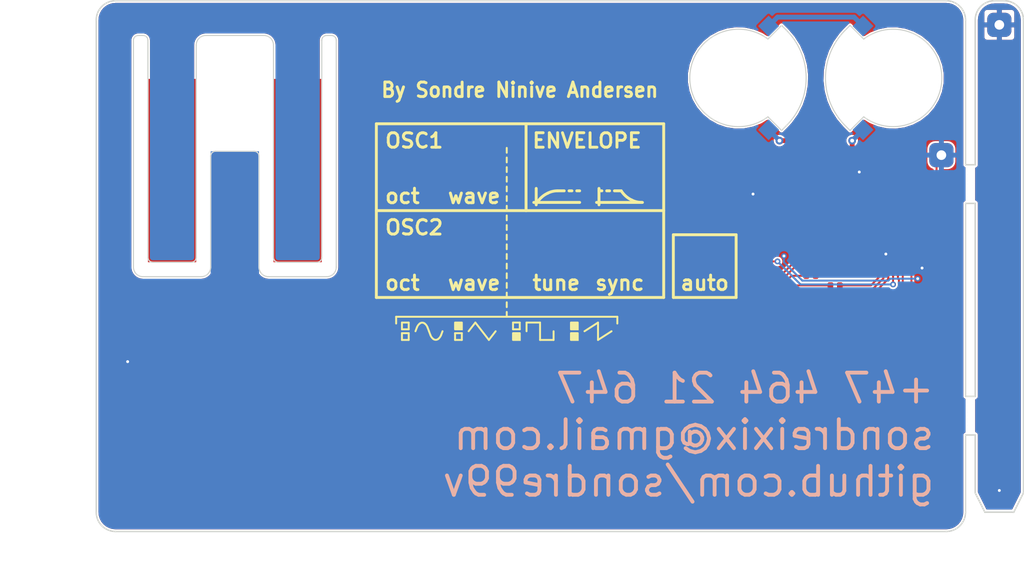
<source format=kicad_pcb>
(kicad_pcb (version 20171130) (host pcbnew "(5.1.0)-1")
  (layers (0 F.Cu signal) (31 B.Cu signal) (34 B.Paste user) (35 F.Paste user) (36 B.SilkS user) (37 F.SilkS user) (38 B.Mask user) (39 F.Mask user) (44 Edge.Cuts user))
  (net 0 "")
  (net 1 GND)
  (net 2 VDD)
  (net 3 /KeyA2)
  (net 4 /KeyBb2)
  (net 5 /KeyG2)
  (net 6 /KeyAb2)
  (net 7 /KeyF2)
  (net 8 /KeyGb2)
  (net 9 /KeyD2)
  (net 10 /KeyEb2)
  (net 11 /KeyC2)
  (net 12 /KeyDb2)
  (net 13 /KeyA1)
  (net 14 /KeyBb1)
  (net 15 /KeyG1)
  (net 16 /KeyAb1)
  (net 17 /KeyF1)
  (net 18 /KeyGb1)
  (net 19 /KeyB2)
  (net 20 /KeyC3)
  (net 21 /KeyE2)
  (net 22 /KeyB1)
  (net 23 "Net-(C2-Pad2)")
  (net 24 "Net-(C2-Pad1)")
  (net 25 "Net-(C4-Pad2)")
  (net 26 "Net-(C4-Pad1)")
  (net 27 "Net-(C5-Pad1)")
  (net 28 "Net-(LS1-Pad2)")
  (net 29 "Net-(R25-Pad2)")
  (net 30 "Net-(LS1-Pad1)")
  (net 31 "Net-(D1-Pad1)")
  (net 32 "Net-(D2-Pad1)")
  (net 33 "Net-(D3-Pad1)")
  (net 34 "Net-(D4-Pad1)")
  (net 35 "Net-(D5-Pad1)")
  (net 36 "Net-(D6-Pad1)")
  (net 37 "Net-(D7-Pad1)")
  (net 38 "Net-(D8-Pad1)")
  (net 39 "Net-(J2-Pad1)")
  (net 40 "Net-(J3-Pad1)")
  (net 41 "Net-(J4-Pad1)")
  (net 42 "Net-(J5-Pad1)")
  (net 43 "Net-(J6-Pad1)")
  (net 44 "Net-(J7-Pad1)")
  (net 45 "Net-(J8-Pad1)")
  (net 46 "Net-(J9-Pad1)")
  (net 47 /AudioOut)
  (net 48 "Net-(J1-Pad1)")
  (net 49 /Led1)
  (net 50 /Led2)
  (net 51 /Led3)
  (net 52 /Led4)
  (net 53 /Led5)
  (net 54 /Led6)
  (net 55 /Led7)
  (net 56 /Led8)
  (net 57 "Net-(U1-Pad5)")
  (net 58 "Net-(U1-Pad8)")
  (net 59 "Net-(Q1-Pad1)")
  (net 60 "Net-(U1-Pad6)")
  (module BusinessSynth:BatteryHolderPCB_CR20xx (layer F.Cu) (at 114.35 88.1 90)
    (fp_text reference BT1 hide)
    (fp_text value Battery_Cell)
    (fp_line (start -0.5 -1) (end -0.5 1) (layer F.Cu) (width 0.75))
    (fp_line (start 12.5 5.5) (end 12.5 7.5) (layer F.Cu) (width 0.75))
    (fp_line (start 11.5 6.5) (end 13.5 6.5) (layer F.Cu) (width 0.75))
    (fp_line (start 11.5 -6.5) (end 13.5 -6.5) (layer F.Cu) (width 0.75))
    (fp_line (start 12.5 -7.5) (end 12.5 -5.5) (layer F.Cu) (width 0.75))
    (fp_arc (start 14 9.5) (end 14.5 9.5) (angle -90) (layer Edge.Cuts) (width 0.12))
    (fp_arc (start 14 10) (end 14 10.5) (angle -90) (layer Edge.Cuts) (width 0.12))
    (fp_arc (start 13.5 3) (end 13.5 4) (angle -90) (layer Edge.Cuts) (width 0.12))
    (fp_arc (start 14 -9.5) (end 14 -9) (angle -90) (layer Edge.Cuts) (width 0.12))
    (fp_arc (start 14 -10) (end 14.5 -10) (angle -90) (layer Edge.Cuts) (width 0.12))
    (fp_arc (start 13.5 -3) (end 14.5 -3) (angle -90) (layer Edge.Cuts) (width 0.12))
    (fp_arc (start -9.5 -3.5) (end -10.5 -3.5) (angle -90) (layer Edge.Cuts) (width 0.12))
    (fp_arc (start -9.5 -9.5) (end -9.5 -10.5) (angle -90) (layer Edge.Cuts) (width 0.12))
    (fp_arc (start -9.5 9.5) (end -10.5 9.5) (angle -90) (layer Edge.Cuts) (width 0.12))
    (fp_arc (start -9.5 3.5) (end -9.5 2.5) (angle -90) (layer Edge.Cuts) (width 0.12))
    (fp_arc (start -8.5 8.5) (end -9 8.5) (angle -90) (layer Edge.Cuts) (width 0.12))
    (fp_arc (start -8.5 4.5) (end -8.5 4) (angle -90) (layer Edge.Cuts) (width 0.12))
    (fp_arc (start -8.5 -8.5) (end -8.5 -9) (angle -90) (layer Edge.Cuts) (width 0.12))
    (fp_arc (start -8.5 -4.5) (end -9 -4.5) (angle -90) (layer Edge.Cuts) (width 0.12))
    (fp_arc (start 2 2) (end 2 2.5) (angle -90) (layer Edge.Cuts) (width 0.12))
    (fp_arc (start 2 -2) (end 2.5 -2) (angle -90) (layer Edge.Cuts) (width 0.12))
    (fp_line (start -10.5 -3.5) (end -10.5 -9.5) (layer Edge.Cuts) (width 0.12))
    (fp_line (start 2 -2.5) (end -9.5 -2.5) (layer Edge.Cuts) (width 0.12))
    (fp_line (start 2.5 2) (end 2.5 -2) (layer Edge.Cuts) (width 0.12))
    (fp_line (start -9.5 2.5) (end 2 2.5) (layer Edge.Cuts) (width 0.12))
    (fp_line (start -10.5 9.5) (end -10.5 3.5) (layer Edge.Cuts) (width 0.12))
    (fp_line (start -9 4.5) (end -9 8.5) (layer Edge.Cuts) (width 0.12))
    (fp_line (start 13.5 4) (end -8.5 4) (layer Edge.Cuts) (width 0.12))
    (fp_line (start 14.5 -3) (end 14.5 3) (layer Edge.Cuts) (width 0.12))
    (fp_line (start -8.5 -4) (end 13.5 -4) (layer Edge.Cuts) (width 0.12))
    (fp_line (start -9 -8.5) (end -9 -4.5) (layer Edge.Cuts) (width 0.12))
    (fp_line (start 14 -9) (end -8.5 -9) (layer Edge.Cuts) (width 0.12))
    (fp_line (start 14.5 -10) (end 14.5 -9.5) (layer Edge.Cuts) (width 0.12))
    (fp_line (start 14 9) (end -8.5 9) (layer Edge.Cuts) (width 0.12))
    (fp_line (start 14.5 10) (end 14.5 9.5) (layer Edge.Cuts) (width 0.12))
    (fp_line (start 14 -10.5) (end -9.5 -10.5) (layer Edge.Cuts) (width 0.12))
    (fp_line (start 14 10.5) (end -9.5 10.5) (layer Edge.Cuts) (width 0.12))
    (pad 2 smd rect (at -4 0 90) (size 13 5) (layers B.Cu B.Paste B.Mask) (net 1 GND))
    (pad 1 smd rect (at 0.5 6.5 90) (size 19 5) (layers F.Cu F.Paste F.Mask) (net 2 VDD))
    (pad 1 smd rect (at 0.5 -6.5 90) (size 19 5) (layers F.Cu F.Paste F.Mask) (net 2 VDD))
  )
  (module BusinessSynth:CDMG13008L-02 (layer F.Cu) (at 166.5 78 45)
    (fp_text reference LS2 hide)
    (fp_text value Speaker)
    (fp_line (start 7 -0.7) (end 7 0) (layer Edge.Cuts) (width 0.12))
    (fp_line (start 0 7) (end -0.7 7) (layer Edge.Cuts) (width 0.12))
    (fp_line (start -0.7 5) (end -0.7 7) (layer Edge.Cuts) (width 0.12))
    (fp_line (start 5 -0.7) (end 7 -0.7) (layer Edge.Cuts) (width 0.12))
    (fp_arc (start 0 0) (end 0 7) (angle -90) (layer Edge.Cuts) (width 0.12))
    (fp_arc (start 0 0) (end 5 -0.7) (angle -254.0607792) (layer Edge.Cuts) (width 0.12))
    (pad 2 smd rect (at -1.6 6 45) (size 1.524 1.524) (layers B.Cu B.Paste B.Mask) (net 24 "Net-(C2-Pad1)"))
    (pad 1 smd rect (at 6 -1.6 45) (size 1.524 1.524) (layers B.Cu B.Paste B.Mask) (net 28 "Net-(LS1-Pad2)"))
  )
  (module BusinessSynth:CDMG13008L-02 (layer F.Cu) (at 182.5 78 225)
    (fp_text reference LS1 hide)
    (fp_text value Speaker)
    (fp_line (start 7 -0.7) (end 7 0) (layer Edge.Cuts) (width 0.12))
    (fp_line (start 0 7) (end -0.7 7) (layer Edge.Cuts) (width 0.12))
    (fp_line (start -0.7 5) (end -0.7 7) (layer Edge.Cuts) (width 0.12))
    (fp_line (start 5 -0.7) (end 7 -0.7) (layer Edge.Cuts) (width 0.12))
    (fp_arc (start 0 0) (end 0 7) (angle -90) (layer Edge.Cuts) (width 0.12))
    (fp_arc (start 0 0) (end 5 -0.7) (angle -254.0607792) (layer Edge.Cuts) (width 0.12))
    (pad 2 smd rect (at -1.6 6 225) (size 1.524 1.524) (layers B.Cu B.Paste B.Mask) (net 28 "Net-(LS1-Pad2)"))
    (pad 1 smd rect (at 6 -1.6 225) (size 1.524 1.524) (layers B.Cu B.Paste B.Mask) (net 30 "Net-(LS1-Pad1)"))
  )
  (module MountingHole:MountingHole_2mm (layer F.Cu) (at 190.5 114)
    (fp_text reference REF** hide)
    (fp_text value MountingHole_2mm)
    (pad "" np_thru_hole circle (at 0 0) (size 0.5 0.5) (drill 0.5) (layers *.Cu *.Mask))
  )
  (module MountingHole:MountingHole_2mm (layer F.Cu) (at 190.5 113)
    (fp_text reference REF** hide)
    (fp_text value MountingHole_2mm)
    (pad "" np_thru_hole circle (at 0 0) (size 0.5 0.5) (drill 0.5) (layers *.Cu *.Mask))
  )
  (module MountingHole:MountingHole_2mm (layer F.Cu) (at 190.5 112)
    (fp_text reference REF** hide)
    (fp_text value MountingHole_2mm)
    (pad "" np_thru_hole circle (at 0 0) (size 0.5 0.5) (drill 0.5) (layers *.Cu *.Mask))
  )
  (module MountingHole:MountingHole_2mm (layer F.Cu) (at 190.5 90)
    (fp_text reference REF** hide)
    (fp_text value MountingHole_2mm)
    (pad "" np_thru_hole circle (at 0 0) (size 0.5 0.5) (drill 0.5) (layers *.Cu *.Mask))
  )
  (module MountingHole:MountingHole_2mm (layer F.Cu) (at 190.5 89)
    (fp_text reference REF** hide)
    (fp_text value MountingHole_2mm)
    (pad "" np_thru_hole circle (at 0 0) (size 0.5 0.5) (drill 0.5) (layers *.Cu *.Mask))
  )
  (module MountingHole:MountingHole_2mm (layer F.Cu) (at 190.5 88)
    (fp_text reference REF** hide)
    (fp_text value MountingHole_2mm)
    (pad "" np_thru_hole circle (at 0 0) (size 0.5 0.5) (drill 0.5) (layers *.Cu *.Mask))
  )
  (module BusinessSynth:QFN-24-1EP_4x4mm_P0.5mm_EP2.6x2.6mm_nosilk (layer F.Cu) (at 181.75 96.25 180)
    (fp_text reference U1 hide)
    (fp_text value ATtiny817-M)
    (pad 24 smd roundrect (at -1.25 -1.9375 180) (size 0.25 0.825) (layers F.Cu F.Paste F.Mask) (net 55 /Led7))
    (pad 23 smd roundrect (at -0.75 -1.9375 180) (size 0.25 0.825) (layers F.Cu F.Paste F.Mask) (net 48 "Net-(J1-Pad1)"))
    (pad 22 smd roundrect (at -0.25 -1.9375 180) (size 0.25 0.825) (layers F.Cu F.Paste F.Mask) (net 54 /Led6))
    (pad 21 smd roundrect (at 0.25 -1.9375 180) (size 0.25 0.825) (layers F.Cu F.Paste F.Mask) (net 53 /Led5))
    (pad 20 smd roundrect (at 0.75 -1.9375 180) (size 0.25 0.825) (layers F.Cu F.Paste F.Mask) (net 52 /Led4))
    (pad 19 smd roundrect (at 1.25 -1.9375 180) (size 0.25 0.825) (layers F.Cu F.Paste F.Mask) (net 51 /Led3))
    (pad 18 smd roundrect (at 1.9375 -1.25 180) (size 0.825 0.25) (layers F.Cu F.Paste F.Mask) (net 50 /Led2))
    (pad 17 smd roundrect (at 1.9375 -0.75 180) (size 0.825 0.25) (layers F.Cu F.Paste F.Mask) (net 49 /Led1))
    (pad 16 smd roundrect (at 1.9375 -0.25 180) (size 0.825 0.25) (layers F.Cu F.Paste F.Mask) (net 39 "Net-(J2-Pad1)"))
    (pad 15 smd roundrect (at 1.9375 0.25 180) (size 0.825 0.25) (layers F.Cu F.Paste F.Mask) (net 40 "Net-(J3-Pad1)"))
    (pad 14 smd roundrect (at 1.9375 0.75 180) (size 0.825 0.25) (layers F.Cu F.Paste F.Mask) (net 41 "Net-(J4-Pad1)"))
    (pad 13 smd roundrect (at 1.9375 1.25 180) (size 0.825 0.25) (layers F.Cu F.Paste F.Mask) (net 42 "Net-(J5-Pad1)"))
    (pad 12 smd roundrect (at 1.25 1.9375 180) (size 0.25 0.825) (layers F.Cu F.Paste F.Mask) (net 43 "Net-(J6-Pad1)"))
    (pad 11 smd roundrect (at 0.75 1.9375 180) (size 0.25 0.825) (layers F.Cu F.Paste F.Mask) (net 44 "Net-(J7-Pad1)"))
    (pad 10 smd roundrect (at 0.25 1.9375 180) (size 0.25 0.825) (layers F.Cu F.Paste F.Mask) (net 45 "Net-(J8-Pad1)"))
    (pad 9 smd roundrect (at -0.25 1.9375 180) (size 0.25 0.825) (layers F.Cu F.Paste F.Mask) (net 46 "Net-(J9-Pad1)"))
    (pad 8 smd roundrect (at -0.75 1.9375 180) (size 0.25 0.825) (layers F.Cu F.Paste F.Mask) (net 58 "Net-(U1-Pad8)"))
    (pad 7 smd roundrect (at -1.25 1.9375 180) (size 0.25 0.825) (layers F.Cu F.Paste F.Mask) (net 47 /AudioOut))
    (pad 6 smd roundrect (at -1.9375 1.25 180) (size 0.825 0.25) (layers F.Cu F.Paste F.Mask) (net 60 "Net-(U1-Pad6)"))
    (pad 5 smd roundrect (at -1.9375 0.75 180) (size 0.825 0.25) (layers F.Cu F.Paste F.Mask) (net 57 "Net-(U1-Pad5)"))
    (pad 4 smd roundrect (at -1.9375 0.25 180) (size 0.825 0.25) (layers F.Cu F.Paste F.Mask) (net 2 VDD))
    (pad 3 smd roundrect (at -1.9375 -0.25 180) (size 0.825 0.25) (layers F.Cu F.Paste F.Mask) (net 1 GND))
    (pad 2 smd roundrect (at -1.9375 -0.75 180) (size 0.825 0.25) (layers F.Cu F.Paste F.Mask) (net 20 /KeyC3))
    (pad 1 smd roundrect (at -1.9375 -1.25 180) (size 0.825 0.25) (layers F.Cu F.Paste F.Mask) (net 56 /Led8))
    (pad 25 smd roundrect (at 0 0 180) (size 2.6 2.6) (layers F.Cu F.Mask) (roundrect_rratio 0.096154) (net 1 GND))
  )
  (module BusinessSynth:SOT-323_SC-70_nosilk (layer F.Cu) (at 183.5 101.5 180)
    (fp_text reference Q2 hide)
    (fp_text value Q_PNP_BEC)
    (pad 3 smd rect (at 1 0 90) (size 0.45 0.7) (layers F.Cu F.Paste F.Mask) (net 20 /KeyC3))
    (pad 2 smd rect (at -1 0.65 90) (size 0.45 0.7) (layers F.Cu F.Paste F.Mask) (net 2 VDD))
    (pad 1 smd rect (at -1 -0.65 90) (size 0.45 0.7) (layers F.Cu F.Paste F.Mask) (net 59 "Net-(Q1-Pad1)"))
  )
  (module BusinessSynth:SOT-323_SC-70_nosilk (layer F.Cu) (at 183.5 105.5)
    (fp_text reference Q1 hide)
    (fp_text value Q_PNP_BEC)
    (pad 3 smd rect (at 1 0 270) (size 0.45 0.7) (layers F.Cu F.Paste F.Mask) (net 59 "Net-(Q1-Pad1)"))
    (pad 2 smd rect (at -1 0.65 270) (size 0.45 0.7) (layers F.Cu F.Paste F.Mask) (net 2 VDD))
    (pad 1 smd rect (at -1 -0.65 270) (size 0.45 0.7) (layers F.Cu F.Paste F.Mask) (net 59 "Net-(Q1-Pad1)"))
  )
  (module BusinessSynth:R_0603_1608Metric_nosilk (layer F.Cu) (at 105.5 107.4 180)
    (fp_text reference R20 hide)
    (fp_text value 100R)
    (pad 2 smd roundrect (at 0.7875 0 180) (size 0.875 0.95) (layers F.Cu F.Paste F.Mask) (net 1 GND))
    (pad 1 smd roundrect (at -0.7875 0 180) (size 0.875 0.95) (layers F.Cu F.Paste F.Mask) (net 17 /KeyF1))
  )
  (module BusinessSynth:R_0603_1608Metric_nosilk (layer F.Cu) (at 109.473684 107.4 180)
    (fp_text reference R19 hide)
    (fp_text value 100R)
    (pad 2 smd roundrect (at 0.7875 0 180) (size 0.875 0.95) (layers F.Cu F.Paste F.Mask) (net 17 /KeyF1))
    (pad 1 smd roundrect (at -0.7875 0 180) (size 0.875 0.95) (layers F.Cu F.Paste F.Mask) (net 18 /KeyGb1))
  )
  (module BusinessSynth:R_0603_1608Metric_nosilk (layer F.Cu) (at 113.447368 107.4 180)
    (fp_text reference R18 hide)
    (fp_text value 100R)
    (pad 2 smd roundrect (at 0.7875 0 180) (size 0.875 0.95) (layers F.Cu F.Paste F.Mask) (net 18 /KeyGb1))
    (pad 1 smd roundrect (at -0.7875 0 180) (size 0.875 0.95) (layers F.Cu F.Paste F.Mask) (net 15 /KeyG1))
  )
  (module BusinessSynth:R_0603_1608Metric_nosilk (layer F.Cu) (at 117.421052 107.4 180)
    (fp_text reference R17 hide)
    (fp_text value 100R)
    (pad 2 smd roundrect (at 0.7875 0 180) (size 0.875 0.95) (layers F.Cu F.Paste F.Mask) (net 15 /KeyG1))
    (pad 1 smd roundrect (at -0.7875 0 180) (size 0.875 0.95) (layers F.Cu F.Paste F.Mask) (net 16 /KeyAb1))
  )
  (module BusinessSynth:R_0603_1608Metric_nosilk (layer F.Cu) (at 121.394736 107.4 180)
    (fp_text reference R16 hide)
    (fp_text value 100R)
    (pad 2 smd roundrect (at 0.7875 0 180) (size 0.875 0.95) (layers F.Cu F.Paste F.Mask) (net 16 /KeyAb1))
    (pad 1 smd roundrect (at -0.7875 0 180) (size 0.875 0.95) (layers F.Cu F.Paste F.Mask) (net 13 /KeyA1))
  )
  (module BusinessSynth:R_0603_1608Metric_nosilk (layer F.Cu) (at 125.36842 107.4 180)
    (fp_text reference R15 hide)
    (fp_text value 100R)
    (pad 2 smd roundrect (at 0.7875 0 180) (size 0.875 0.95) (layers F.Cu F.Paste F.Mask) (net 13 /KeyA1))
    (pad 1 smd roundrect (at -0.7875 0 180) (size 0.875 0.95) (layers F.Cu F.Paste F.Mask) (net 14 /KeyBb1))
  )
  (module BusinessSynth:R_0603_1608Metric_nosilk (layer F.Cu) (at 129.342104 107.4 180)
    (fp_text reference R14 hide)
    (fp_text value 100R)
    (pad 2 smd roundrect (at 0.7875 0 180) (size 0.875 0.95) (layers F.Cu F.Paste F.Mask) (net 14 /KeyBb1))
    (pad 1 smd roundrect (at -0.7875 0 180) (size 0.875 0.95) (layers F.Cu F.Paste F.Mask) (net 22 /KeyB1))
  )
  (module BusinessSynth:R_0603_1608Metric_nosilk (layer F.Cu) (at 133.315788 107.4 180)
    (fp_text reference R13 hide)
    (fp_text value 100R)
    (pad 2 smd roundrect (at 0.7875 0 180) (size 0.875 0.95) (layers F.Cu F.Paste F.Mask) (net 22 /KeyB1))
    (pad 1 smd roundrect (at -0.7875 0 180) (size 0.875 0.95) (layers F.Cu F.Paste F.Mask) (net 11 /KeyC2))
  )
  (module BusinessSynth:R_0603_1608Metric_nosilk (layer F.Cu) (at 137.289472 107.4 180)
    (fp_text reference R12 hide)
    (fp_text value 100R)
    (pad 2 smd roundrect (at 0.7875 0 180) (size 0.875 0.95) (layers F.Cu F.Paste F.Mask) (net 11 /KeyC2))
    (pad 1 smd roundrect (at -0.7875 0 180) (size 0.875 0.95) (layers F.Cu F.Paste F.Mask) (net 12 /KeyDb2))
  )
  (module BusinessSynth:R_0603_1608Metric_nosilk (layer F.Cu) (at 141.263156 107.4 180)
    (fp_text reference R11 hide)
    (fp_text value 100R)
    (pad 2 smd roundrect (at 0.7875 0 180) (size 0.875 0.95) (layers F.Cu F.Paste F.Mask) (net 12 /KeyDb2))
    (pad 1 smd roundrect (at -0.7875 0 180) (size 0.875 0.95) (layers F.Cu F.Paste F.Mask) (net 9 /KeyD2))
  )
  (module BusinessSynth:R_0603_1608Metric_nosilk (layer F.Cu) (at 145.23684 107.4 180)
    (fp_text reference R10 hide)
    (fp_text value 100R)
    (pad 2 smd roundrect (at 0.7875 0 180) (size 0.875 0.95) (layers F.Cu F.Paste F.Mask) (net 9 /KeyD2))
    (pad 1 smd roundrect (at -0.7875 0 180) (size 0.875 0.95) (layers F.Cu F.Paste F.Mask) (net 10 /KeyEb2))
  )
  (module BusinessSynth:R_0603_1608Metric_nosilk (layer F.Cu) (at 149.210524 107.4 180)
    (fp_text reference R9 hide)
    (fp_text value 100R)
    (pad 2 smd roundrect (at 0.7875 0 180) (size 0.875 0.95) (layers F.Cu F.Paste F.Mask) (net 10 /KeyEb2))
    (pad 1 smd roundrect (at -0.7875 0 180) (size 0.875 0.95) (layers F.Cu F.Paste F.Mask) (net 21 /KeyE2))
  )
  (module BusinessSynth:R_0603_1608Metric_nosilk (layer F.Cu) (at 153.184208 107.4 180)
    (fp_text reference R8 hide)
    (fp_text value 100R)
    (pad 2 smd roundrect (at 0.7875 0 180) (size 0.875 0.95) (layers F.Cu F.Paste F.Mask) (net 21 /KeyE2))
    (pad 1 smd roundrect (at -0.7875 0 180) (size 0.875 0.95) (layers F.Cu F.Paste F.Mask) (net 7 /KeyF2))
  )
  (module BusinessSynth:R_0603_1608Metric_nosilk (layer F.Cu) (at 157.157892 107.4 180)
    (fp_text reference R7 hide)
    (fp_text value 100R)
    (pad 2 smd roundrect (at 0.7875 0 180) (size 0.875 0.95) (layers F.Cu F.Paste F.Mask) (net 7 /KeyF2))
    (pad 1 smd roundrect (at -0.7875 0 180) (size 0.875 0.95) (layers F.Cu F.Paste F.Mask) (net 8 /KeyGb2))
  )
  (module BusinessSynth:R_0603_1608Metric_nosilk (layer F.Cu) (at 161.131576 107.4 180)
    (fp_text reference R6 hide)
    (fp_text value 100R)
    (pad 2 smd roundrect (at 0.7875 0 180) (size 0.875 0.95) (layers F.Cu F.Paste F.Mask) (net 8 /KeyGb2))
    (pad 1 smd roundrect (at -0.7875 0 180) (size 0.875 0.95) (layers F.Cu F.Paste F.Mask) (net 5 /KeyG2))
  )
  (module BusinessSynth:R_0603_1608Metric_nosilk (layer F.Cu) (at 165.10526 107.4 180)
    (fp_text reference R5 hide)
    (fp_text value 100R)
    (pad 2 smd roundrect (at 0.7875 0 180) (size 0.875 0.95) (layers F.Cu F.Paste F.Mask) (net 5 /KeyG2))
    (pad 1 smd roundrect (at -0.7875 0 180) (size 0.875 0.95) (layers F.Cu F.Paste F.Mask) (net 6 /KeyAb2))
  )
  (module BusinessSynth:R_0603_1608Metric_nosilk (layer F.Cu) (at 169.078944 107.4 180)
    (fp_text reference R4 hide)
    (fp_text value 100R)
    (pad 2 smd roundrect (at 0.7875 0 180) (size 0.875 0.95) (layers F.Cu F.Paste F.Mask) (net 6 /KeyAb2))
    (pad 1 smd roundrect (at -0.7875 0 180) (size 0.875 0.95) (layers F.Cu F.Paste F.Mask) (net 3 /KeyA2))
  )
  (module BusinessSynth:R_0603_1608Metric_nosilk (layer F.Cu) (at 173.052628 107.4 180)
    (fp_text reference R3 hide)
    (fp_text value 100R)
    (pad 2 smd roundrect (at 0.7875 0 180) (size 0.875 0.95) (layers F.Cu F.Paste F.Mask) (net 3 /KeyA2))
    (pad 1 smd roundrect (at -0.7875 0 180) (size 0.875 0.95) (layers F.Cu F.Paste F.Mask) (net 4 /KeyBb2))
  )
  (module BusinessSynth:R_0603_1608Metric_nosilk (layer F.Cu) (at 177.026312 107.4 180)
    (fp_text reference R2 hide)
    (fp_text value 100R)
    (pad 2 smd roundrect (at 0.7875 0 180) (size 0.875 0.95) (layers F.Cu F.Paste F.Mask) (net 4 /KeyBb2))
    (pad 1 smd roundrect (at -0.7875 0 180) (size 0.875 0.95) (layers F.Cu F.Paste F.Mask) (net 19 /KeyB2))
  )
  (module BusinessSynth:R_0603_1608Metric_nosilk (layer F.Cu) (at 178.75 110 90)
    (fp_text reference R1 hide)
    (fp_text value 100R)
    (pad 2 smd roundrect (at 0.7875 0 90) (size 0.875 0.95) (layers F.Cu F.Paste F.Mask) (net 19 /KeyB2))
    (pad 1 smd roundrect (at -0.7875 0 90) (size 0.875 0.95) (layers F.Cu F.Paste F.Mask) (net 20 /KeyC3))
  )
  (module BusinessSynth:SOP-8_3.76x4.96mm_P1.27mm_nosilk (layer F.Cu) (at 173.75 89.25)
    (fp_text reference U2 hide)
    (fp_text value IS31AP4991A)
    (pad 8 smd roundrect (at 2.5375 -1.905) (size 1.975 0.65) (layers F.Cu F.Paste F.Mask) (net 30 "Net-(LS1-Pad1)"))
    (pad 7 smd roundrect (at 2.5375 -0.635) (size 1.975 0.65) (layers F.Cu F.Paste F.Mask) (net 1 GND))
    (pad 6 smd roundrect (at 2.5375 0.635) (size 1.975 0.65) (layers F.Cu F.Paste F.Mask) (net 2 VDD))
    (pad 5 smd roundrect (at 2.5375 1.905) (size 1.975 0.65) (layers F.Cu F.Paste F.Mask) (net 24 "Net-(C2-Pad1)"))
    (pad 4 smd roundrect (at -2.5375 1.905) (size 1.975 0.65) (layers F.Cu F.Paste F.Mask) (net 23 "Net-(C2-Pad2)"))
    (pad 3 smd roundrect (at -2.5375 0.635) (size 1.975 0.65) (layers F.Cu F.Paste F.Mask) (net 27 "Net-(C5-Pad1)"))
    (pad 2 smd roundrect (at -2.5375 -0.635) (size 1.975 0.65) (layers F.Cu F.Paste F.Mask) (net 27 "Net-(C5-Pad1)"))
    (pad 1 smd roundrect (at -2.5375 -1.905) (size 1.975 0.65) (layers F.Cu F.Paste F.Mask) (net 29 "Net-(R25-Pad2)"))
  )
  (module Resistor_SMD:R_0402_1005Metric (layer F.Cu) (at 186.5 101.5 90)
    (fp_text reference R21 hide)
    (fp_text value 10K)
    (pad 1 smd roundrect (at -0.485 0 90) (size 0.59 0.64) (layers F.Cu F.Paste F.Mask) (net 59 "Net-(Q1-Pad1)"))
    (pad 2 smd roundrect (at 0.485 0 90) (size 0.59 0.64) (layers F.Cu F.Paste F.Mask) (net 1 GND))
  )
  (module Capacitor_SMD:C_0402_1005Metric (layer F.Cu) (at 182.5 89.5 270)
    (fp_text reference C2 hide)
    (fp_text value Cfb)
    (pad 1 smd roundrect (at -0.485 0 270) (size 0.59 0.64) (layers F.Cu F.Paste F.Mask) (net 24 "Net-(C2-Pad1)"))
    (pad 2 smd roundrect (at 0.485 0 270) (size 0.59 0.64) (layers F.Cu F.Paste F.Mask) (net 23 "Net-(C2-Pad2)"))
  )
  (module Capacitor_SMD:C_0402_1005Metric (layer F.Cu) (at 178.5 89.25 90)
    (fp_text reference C3 hide)
    (fp_text value 1µF)
    (pad 1 smd roundrect (at -0.485 0 90) (size 0.59 0.64) (layers F.Cu F.Paste F.Mask) (net 2 VDD))
    (pad 2 smd roundrect (at 0.485 0 90) (size 0.59 0.64) (layers F.Cu F.Paste F.Mask) (net 1 GND))
  )
  (module Capacitor_SMD:C_0402_1005Metric (layer F.Cu) (at 185.5 89.5 270)
    (fp_text reference C4 hide)
    (fp_text value 100nF)
    (pad 1 smd roundrect (at -0.485 0 270) (size 0.59 0.64) (layers F.Cu F.Paste F.Mask) (net 26 "Net-(C4-Pad1)"))
    (pad 2 smd roundrect (at 0.485 0 270) (size 0.59 0.64) (layers F.Cu F.Paste F.Mask) (net 25 "Net-(C4-Pad2)"))
  )
  (module Capacitor_SMD:C_0402_1005Metric (layer F.Cu) (at 169 90.52 90)
    (fp_text reference C5 hide)
    (fp_text value 0.47µF)
    (pad 1 smd roundrect (at -0.485 0 90) (size 0.59 0.64) (layers F.Cu F.Paste F.Mask) (net 27 "Net-(C5-Pad1)"))
    (pad 2 smd roundrect (at 0.485 0 90) (size 0.59 0.64) (layers F.Cu F.Paste F.Mask) (net 1 GND))
  )
  (module Capacitor_SMD:C_0402_1005Metric (layer F.Cu) (at 187 89.5 90)
    (fp_text reference C6 hide)
    (fp_text value Cf_lp)
    (pad 1 smd roundrect (at -0.485 0 90) (size 0.59 0.64) (layers F.Cu F.Paste F.Mask) (net 25 "Net-(C4-Pad2)"))
    (pad 2 smd roundrect (at 0.485 0 90) (size 0.59 0.64) (layers F.Cu F.Paste F.Mask) (net 1 GND))
  )
  (module Resistor_SMD:R_0402_1005Metric (layer F.Cu) (at 181 89.5 90)
    (fp_text reference R22 hide)
    (fp_text value 20K)
    (pad 1 smd roundrect (at -0.485 0 90) (size 0.59 0.64) (layers F.Cu F.Paste F.Mask) (net 23 "Net-(C2-Pad2)"))
    (pad 2 smd roundrect (at 0.485 0 90) (size 0.59 0.64) (layers F.Cu F.Paste F.Mask) (net 24 "Net-(C2-Pad1)"))
  )
  (module Resistor_SMD:R_0402_1005Metric (layer F.Cu) (at 184 89.5 270)
    (fp_text reference R23 hide)
    (fp_text value 20K)
    (pad 1 smd roundrect (at -0.485 0 270) (size 0.59 0.64) (layers F.Cu F.Paste F.Mask) (net 26 "Net-(C4-Pad1)"))
    (pad 2 smd roundrect (at 0.485 0 270) (size 0.59 0.64) (layers F.Cu F.Paste F.Mask) (net 23 "Net-(C2-Pad2)"))
  )
  (module Resistor_SMD:R_0402_1005Metric (layer F.Cu) (at 187 92 90)
    (fp_text reference R24 hide)
    (fp_text value Rf_lp)
    (pad 1 smd roundrect (at -0.485 0 90) (size 0.59 0.64) (layers F.Cu F.Paste F.Mask) (net 47 /AudioOut))
    (pad 2 smd roundrect (at 0.485 0 90) (size 0.59 0.64) (layers F.Cu F.Paste F.Mask) (net 25 "Net-(C4-Pad2)"))
  )
  (module Resistor_SMD:R_0402_1005Metric (layer F.Cu) (at 169 87.98 270)
    (fp_text reference R25 hide)
    (fp_text value 0R)
    (pad 1 smd roundrect (at -0.485 0 270) (size 0.59 0.64) (layers F.Cu F.Paste F.Mask) (net 2 VDD))
    (pad 2 smd roundrect (at 0.485 0 270) (size 0.59 0.64) (layers F.Cu F.Paste F.Mask) (net 29 "Net-(R25-Pad2)"))
  )
  (module BusinessSynth:StylusKey (layer F.Cu) (at 147.5 96.5)
    (fp_text reference J3 hide)
    (fp_text value StylusKey)
    (pad 1 smd rect (at 0 0) (size 4 3) (layers F.Cu F.Mask) (net 40 "Net-(J3-Pad1)"))
  )
  (module BusinessSynth:StylusKey (layer F.Cu) (at 138.75 96.5)
    (fp_text reference J4 hide)
    (fp_text value StylusKey)
    (pad 1 smd rect (at 0 0) (size 4 3) (layers F.Cu F.Mask) (net 41 "Net-(J4-Pad1)"))
  )
  (module BusinessSynth:StylusKey (layer F.Cu) (at 154 87.5)
    (fp_text reference J6 hide)
    (fp_text value StylusKey)
    (pad 1 smd rect (at 0 0) (size 4 3) (layers F.Cu F.Mask) (net 43 "Net-(J6-Pad1)"))
  )
  (module BusinessSynth:StylusKey (layer F.Cu) (at 147.5 87.5)
    (fp_text reference J7 hide)
    (fp_text value StylusKey)
    (pad 1 smd rect (at 0 0) (size 4 3) (layers F.Cu F.Mask) (net 44 "Net-(J7-Pad1)"))
  )
  (module BusinessSynth:StylusKey (layer F.Cu) (at 138.75 87.5)
    (fp_text reference J8 hide)
    (fp_text value StylusKey)
    (pad 1 smd rect (at 0 0) (size 4 3) (layers F.Cu F.Mask) (net 45 "Net-(J8-Pad1)"))
  )
  (module BusinessSynth:StylusKey (layer F.Cu) (at 132.25 87.5)
    (fp_text reference J9 hide)
    (fp_text value StylusKey)
    (pad 1 smd rect (at 0 0) (size 4 3) (layers F.Cu F.Mask) (net 46 "Net-(J9-Pad1)"))
  )
  (module BusinessSynth:StylusKey (layer F.Cu) (at 163 96.5)
    (fp_text reference J1 hide)
    (fp_text value StylusKey)
    (pad 1 smd rect (at 0 0) (size 4 3) (layers F.Cu F.Mask) (net 48 "Net-(J1-Pad1)"))
  )
  (module Resistor_SMD:R_0402_1005Metric (layer F.Cu) (at 174 96.5 180)
    (fp_text reference R26 hide)
    (fp_text value 330R)
    (pad 2 smd roundrect (at 0.485 0 180) (size 0.59 0.64) (layers F.Cu F.Paste F.Mask) (net 31 "Net-(D1-Pad1)"))
    (pad 1 smd roundrect (at -0.485 0 180) (size 0.59 0.64) (layers F.Cu F.Paste F.Mask) (net 49 /Led1))
  )
  (module Resistor_SMD:R_0402_1005Metric (layer F.Cu) (at 176.5 97.5 180)
    (fp_text reference R27 hide)
    (fp_text value 330R)
    (pad 2 smd roundrect (at 0.485 0 180) (size 0.59 0.64) (layers F.Cu F.Paste F.Mask) (net 32 "Net-(D2-Pad1)"))
    (pad 1 smd roundrect (at -0.485 0 180) (size 0.59 0.64) (layers F.Cu F.Paste F.Mask) (net 50 /Led2))
  )
  (module Resistor_SMD:R_0402_1005Metric (layer F.Cu) (at 174 98.5 180)
    (fp_text reference R28 hide)
    (fp_text value 330R)
    (pad 2 smd roundrect (at 0.485 0 180) (size 0.59 0.64) (layers F.Cu F.Paste F.Mask) (net 33 "Net-(D3-Pad1)"))
    (pad 1 smd roundrect (at -0.485 0 180) (size 0.59 0.64) (layers F.Cu F.Paste F.Mask) (net 51 /Led3))
  )
  (module Resistor_SMD:R_0402_1005Metric (layer F.Cu) (at 176.5 99.5 180)
    (fp_text reference R29 hide)
    (fp_text value 330R)
    (pad 2 smd roundrect (at 0.485 0 180) (size 0.59 0.64) (layers F.Cu F.Paste F.Mask) (net 34 "Net-(D4-Pad1)"))
    (pad 1 smd roundrect (at -0.485 0 180) (size 0.59 0.64) (layers F.Cu F.Paste F.Mask) (net 52 /Led4))
  )
  (module Resistor_SMD:R_0402_1005Metric (layer F.Cu) (at 174 100.5 180)
    (fp_text reference R30 hide)
    (fp_text value 330R)
    (pad 2 smd roundrect (at 0.485 0 180) (size 0.59 0.64) (layers F.Cu F.Paste F.Mask) (net 35 "Net-(D5-Pad1)"))
    (pad 1 smd roundrect (at -0.485 0 180) (size 0.59 0.64) (layers F.Cu F.Paste F.Mask) (net 53 /Led5))
  )
  (module Resistor_SMD:R_0402_1005Metric (layer F.Cu) (at 176.5 101.5 180)
    (fp_text reference R31 hide)
    (fp_text value 330R)
    (pad 2 smd roundrect (at 0.485 0 180) (size 0.59 0.64) (layers F.Cu F.Paste F.Mask) (net 36 "Net-(D6-Pad1)"))
    (pad 1 smd roundrect (at -0.485 0 180) (size 0.59 0.64) (layers F.Cu F.Paste F.Mask) (net 54 /Led6))
  )
  (module Resistor_SMD:R_0402_1005Metric (layer F.Cu) (at 174 102.5 180)
    (fp_text reference R32 hide)
    (fp_text value 330R)
    (pad 2 smd roundrect (at 0.485 0 180) (size 0.59 0.64) (layers F.Cu F.Paste F.Mask) (net 37 "Net-(D7-Pad1)"))
    (pad 1 smd roundrect (at -0.485 0 180) (size 0.59 0.64) (layers F.Cu F.Paste F.Mask) (net 55 /Led7))
  )
  (module Resistor_SMD:R_0402_1005Metric (layer F.Cu) (at 176.5 103.5 180)
    (fp_text reference R33 hide)
    (fp_text value 330R)
    (pad 2 smd roundrect (at 0.485 0 180) (size 0.59 0.64) (layers F.Cu F.Paste F.Mask) (net 38 "Net-(D8-Pad1)"))
    (pad 1 smd roundrect (at -0.485 0 180) (size 0.59 0.64) (layers F.Cu F.Paste F.Mask) (net 56 /Led8))
  )
  (module BusinessSynth:StylusKey (layer F.Cu) (at 154 96.5)
    (fp_text reference J2 hide)
    (fp_text value StylusKey)
    (pad 1 smd rect (at 0 0) (size 4 3) (layers F.Cu F.Mask) (net 39 "Net-(J2-Pad1)"))
  )
  (module BusinessSynth:StylusKey (layer F.Cu) (at 132.25 96.5)
    (fp_text reference J5 hide)
    (fp_text value StylusKey)
    (pad 1 smd rect (at 0 0) (size 4 3) (layers F.Cu F.Mask) (net 42 "Net-(J5-Pad1)"))
  )
  (module BusinessSynth:LED_0603_1608Metric_nosilk (layer F.Cu) (at 157.1 96.5 90)
    (fp_text reference D1 hide)
    (fp_text value LED)
    (pad 2 smd roundrect (at 0.7875 0 90) (size 0.875 0.95) (layers F.Cu F.Paste F.Mask) (net 2 VDD))
    (pad 1 smd roundrect (at -0.7875 0 90) (size 0.875 0.95) (layers F.Cu F.Paste F.Mask) (net 31 "Net-(D1-Pad1)"))
  )
  (module BusinessSynth:LED_0603_1608Metric_nosilk (layer F.Cu) (at 142.5 95.75 180)
    (fp_text reference D2 hide)
    (fp_text value LED)
    (pad 2 smd roundrect (at 0.7875 0 180) (size 0.875 0.95) (layers F.Cu F.Paste F.Mask) (net 2 VDD))
    (pad 1 smd roundrect (at -0.7875 0 180) (size 0.875 0.95) (layers F.Cu F.Paste F.Mask) (net 32 "Net-(D2-Pad1)"))
  )
  (module BusinessSynth:LED_0603_1608Metric_nosilk (layer F.Cu) (at 142.5 97.25 180)
    (fp_text reference D3 hide)
    (fp_text value LED)
    (pad 2 smd roundrect (at 0.7875 0 180) (size 0.875 0.95) (layers F.Cu F.Paste F.Mask) (net 2 VDD))
    (pad 1 smd roundrect (at -0.7875 0 180) (size 0.875 0.95) (layers F.Cu F.Paste F.Mask) (net 33 "Net-(D3-Pad1)"))
  )
  (module BusinessSynth:LED_0603_1608Metric_nosilk (layer F.Cu) (at 135.35 96.5 90)
    (fp_text reference D4 hide)
    (fp_text value LED)
    (pad 2 smd roundrect (at 0.7875 0 90) (size 0.875 0.95) (layers F.Cu F.Paste F.Mask) (net 2 VDD))
    (pad 1 smd roundrect (at -0.7875 0 90) (size 0.875 0.95) (layers F.Cu F.Paste F.Mask) (net 34 "Net-(D4-Pad1)"))
  )
  (module BusinessSynth:LED_0603_1608Metric_nosilk (layer F.Cu) (at 157.1 87.5 90)
    (fp_text reference D5 hide)
    (fp_text value LED)
    (pad 2 smd roundrect (at 0.7875 0 90) (size 0.875 0.95) (layers F.Cu F.Paste F.Mask) (net 2 VDD))
    (pad 1 smd roundrect (at -0.7875 0 90) (size 0.875 0.95) (layers F.Cu F.Paste F.Mask) (net 35 "Net-(D5-Pad1)"))
  )
  (module BusinessSynth:LED_0603_1608Metric_nosilk (layer F.Cu) (at 150.6 87.5 90)
    (fp_text reference D6 hide)
    (fp_text value LED)
    (pad 2 smd roundrect (at 0.7875 0 90) (size 0.875 0.95) (layers F.Cu F.Paste F.Mask) (net 2 VDD))
    (pad 1 smd roundrect (at -0.7875 0 90) (size 0.875 0.95) (layers F.Cu F.Paste F.Mask) (net 36 "Net-(D6-Pad1)"))
  )
  (module BusinessSynth:LED_0603_1608Metric_nosilk (layer F.Cu) (at 142.5 86.75 180)
    (fp_text reference D7 hide)
    (fp_text value LED)
    (pad 2 smd roundrect (at 0.7875 0 180) (size 0.875 0.95) (layers F.Cu F.Paste F.Mask) (net 2 VDD))
    (pad 1 smd roundrect (at -0.7875 0 180) (size 0.875 0.95) (layers F.Cu F.Paste F.Mask) (net 37 "Net-(D7-Pad1)"))
  )
  (module BusinessSynth:LED_0603_1608Metric_nosilk (layer F.Cu) (at 142.5 88.25 180)
    (fp_text reference D8 hide)
    (fp_text value LED)
    (pad 2 smd roundrect (at 0.7875 0 180) (size 0.875 0.95) (layers F.Cu F.Paste F.Mask) (net 2 VDD))
    (pad 1 smd roundrect (at -0.7875 0 180) (size 0.875 0.95) (layers F.Cu F.Paste F.Mask) (net 38 "Net-(D8-Pad1)"))
  )
  (module Capacitor_SMD:C_0402_1005Metric (layer F.Cu) (at 185.5 96.25 270)
    (fp_text reference C1 hide)
    (fp_text value 100nF)
    (pad 1 smd roundrect (at -0.485 0 270) (size 0.59 0.64) (layers F.Cu F.Paste F.Mask) (net 2 VDD))
    (pad 2 smd roundrect (at 0.485 0 270) (size 0.59 0.64) (layers F.Cu F.Paste F.Mask) (net 1 GND))
  )
  (module Wire_Pads:SolderWirePad_single_1mmDrill (layer F.Cu) (at 193.5 72.5)
    (fp_text reference Stylus hide)
    (fp_text value SolderWirePad_single_1mmDrill)
    (pad 1 thru_hole roundrect (at 0 0) (size 2.49936 2.49936) (drill 1) (layers *.Cu *.Mask) (net 1 GND) (thermal_gap 0.3))
  )
  (module Wire_Pads:SolderWirePad_single_1mmDrill (layer F.Cu) (at 187.5 86)
    (fp_text reference Stylus hide)
    (fp_text value SolderWirePad_single_1mmDrill)
    (pad 1 thru_hole roundrect (at 0 0) (size 2.49936 2.49936) (drill 1) (layers *.Cu *.Mask) (net 1 GND) (thermal_gap 0.3))
  )
  (gr_line (start 132.35 104.45) (end 131.65 104.45) (layer F.SilkS) (width 0.2))
  (gr_line (start 131.65 105.15) (end 132.35 105.15) (layer F.SilkS) (width 0.2))
  (gr_line (start 131.65 104.45) (end 131.65 105.15) (layer F.SilkS) (width 0.2))
  (gr_line (start 132.35 105.15) (end 132.35 104.45) (layer F.SilkS) (width 0.2))
  (gr_line (start 131.65 104.05) (end 132.35 104.05) (layer F.SilkS) (width 0.2))
  (gr_line (start 132.35 103.35) (end 131.65 103.35) (layer F.SilkS) (width 0.2))
  (gr_line (start 132.35 104.05) (end 132.35 103.35) (layer F.SilkS) (width 0.2))
  (gr_line (start 131.65 103.35) (end 131.65 104.05) (layer F.SilkS) (width 0.2))
  (gr_line (start 137.85 104.45) (end 137.15 104.45) (layer F.SilkS) (width 0.2))
  (gr_line (start 137.15 105.15) (end 137.85 105.15) (layer F.SilkS) (width 0.2))
  (gr_line (start 137.15 104.45) (end 137.15 105.15) (layer F.SilkS) (width 0.2))
  (gr_line (start 137.85 105.15) (end 137.85 104.45) (layer F.SilkS) (width 0.2))
  (gr_line (start 143.15 103.35) (end 143.15 104.05) (layer F.SilkS) (width 0.2))
  (gr_line (start 143.85 103.35) (end 143.15 103.35) (layer F.SilkS) (width 0.2))
  (gr_line (start 143.85 104.05) (end 143.85 103.35) (layer F.SilkS) (width 0.2))
  (gr_line (start 143.15 104.05) (end 143.85 104.05) (layer F.SilkS) (width 0.2))
  (gr_poly (pts (xy 149.85 105.15) (xy 149.15 105.15) (xy 149.15 104.45) (xy 149.85 104.45)) (layer F.SilkS) (width 0.2))
  (gr_poly (pts (xy 149.85 104.05) (xy 149.15 104.05) (xy 149.15 103.35) (xy 149.85 103.35)) (layer F.SilkS) (width 0.2))
  (gr_poly (pts (xy 137.85 104.05) (xy 137.15 104.05) (xy 137.15 103.35) (xy 137.85 103.35)) (layer F.SilkS) (width 0.2))
  (gr_poly (pts (xy 143.85 105.15) (xy 143.15 105.15) (xy 143.15 104.45) (xy 143.85 104.45)) (layer F.SilkS) (width 0.2))
  (gr_line (start 150.55 104.25) (end 151.95 103.35) (layer F.SilkS) (width 0.2))
  (gr_line (start 151.95 103.35) (end 151.95 105.15) (layer F.SilkS) (width 0.2))
  (gr_line (start 151.95 105.15) (end 153.35 104.25) (layer F.SilkS) (width 0.2))
  (gr_line (start 144.55 104.25) (end 144.55 103.35) (layer F.SilkS) (width 0.2))
  (gr_line (start 147.35 105.15) (end 147.35 104.25) (layer F.SilkS) (width 0.2))
  (gr_line (start 145.95 103.35) (end 145.95 105.15) (layer F.SilkS) (width 0.2))
  (gr_line (start 147.35 105.15) (end 145.95 105.15) (layer F.SilkS) (width 0.2))
  (gr_line (start 145.95 103.35) (end 144.55 103.35) (layer F.SilkS) (width 0.2))
  (gr_line (start 139.25 103.35) (end 140.65 105.15) (layer F.SilkS) (width 0.2))
  (gr_line (start 138.55 104.25) (end 139.25 103.35) (layer F.SilkS) (width 0.2))
  (gr_line (start 140.65 105.15) (end 141.35 104.25) (layer F.SilkS) (width 0.2))
  (gr_line (start 135.7 104.65) (end 135.85 104.25) (layer F.SilkS) (width 0.2))
  (gr_arc (start 135.5 104.3) (end 134.600001 104.649999) (angle -30.1) (layer F.SilkS) (width 0.2))
  (gr_arc (start 134.8 104.3) (end 135.699999 104.649999) (angle 30.1) (layer F.SilkS) (width 0.2))
  (gr_arc (start 135.15 104.75) (end 134.900001 105.049999) (angle -79.6) (layer F.SilkS) (width 0.2))
  (gr_line (start 134.6 104.65) (end 134.45 104.25) (layer F.SilkS) (width 0.2))
  (gr_arc (start 134.1 104.2) (end 133.200001 103.850001) (angle 30.1) (layer F.SilkS) (width 0.2))
  (gr_line (start 133.2 103.85) (end 133.05 104.25) (layer F.SilkS) (width 0.2))
  (gr_line (start 134.3 103.85) (end 134.45 104.25) (layer F.SilkS) (width 0.2))
  (gr_arc (start 133.75 103.75) (end 133.999999 103.450001) (angle -79.6) (layer F.SilkS) (width 0.2))
  (gr_arc (start 133.4 104.2) (end 134.299999 103.850001) (angle -30.1) (layer F.SilkS) (width 0.2))
  (gr_line (start 142.5 102.25) (end 142.5 102.75) (layer F.SilkS) (width 0.2))
  (gr_text auto (at 163 99.25) (layer F.SilkS) (effects (font (size 1.5 1.5) (thickness 0.3))))
  (gr_line (start 166.25 100.75) (end 166.25 94.25) (layer F.SilkS) (width 0.3))
  (gr_line (start 159.75 100.75) (end 159.75 94.25) (layer F.SilkS) (width 0.3))
  (gr_line (start 166.25 94.25) (end 159.75 94.25) (layer F.SilkS) (width 0.3))
  (gr_line (start 159.75 100.75) (end 166.25 100.75) (layer F.SilkS) (width 0.3))
  (gr_text "By Sondre Ninive Andersen" (at 129.35 79.25) (layer F.SilkS) (effects (font (size 1.5 1.4) (thickness 0.3)) (justify left)))
  (gr_line (start 153.95 102.75) (end 153.95 103.45) (layer F.SilkS) (width 0.2))
  (gr_line (start 131.05 102.75) (end 131.05 103.45) (layer F.SilkS) (width 0.2))
  (gr_line (start 131.05 102.75) (end 153.95 102.75) (layer F.SilkS) (width 0.2))
  (gr_line (start 142.5 101.25) (end 142.5 101.75) (layer F.SilkS) (width 0.2))
  (gr_line (start 142.5 100.25) (end 142.5 100.75) (layer F.SilkS) (width 0.2))
  (gr_line (start 142.5 99.25) (end 142.5 99.75) (layer F.SilkS) (width 0.2))
  (gr_line (start 142.5 98.25) (end 142.5 98.75) (layer F.SilkS) (width 0.2))
  (gr_line (start 142.5 97.25) (end 142.5 97.75) (layer F.SilkS) (width 0.2))
  (gr_line (start 142.5 96.25) (end 142.5 96.75) (layer F.SilkS) (width 0.2))
  (gr_line (start 142.5 95.25) (end 142.5 95.75) (layer F.SilkS) (width 0.2))
  (gr_line (start 142.5 94.25) (end 142.5 94.75) (layer F.SilkS) (width 0.2))
  (gr_line (start 142.5 93.25) (end 142.5 93.75) (layer F.SilkS) (width 0.2))
  (gr_line (start 142.5 92.25) (end 142.5 92.75) (layer F.SilkS) (width 0.2))
  (gr_line (start 142.5 91.25) (end 142.5 91.75) (layer F.SilkS) (width 0.2))
  (gr_line (start 142.5 90.25) (end 142.5 90.75) (layer F.SilkS) (width 0.2))
  (gr_line (start 142.5 89.25) (end 142.5 89.75) (layer F.SilkS) (width 0.2))
  (gr_line (start 142.5 88.25) (end 142.5 88.75) (layer F.SilkS) (width 0.2))
  (gr_line (start 142.5 87.25) (end 142.5 87.75) (layer F.SilkS) (width 0.2))
  (gr_line (start 142.5 86.25) (end 142.5 86.75) (layer F.SilkS) (width 0.2))
  (gr_line (start 142.5 85.25) (end 142.5 85.75) (layer F.SilkS) (width 0.2))
  (gr_line (start 158.75 91.75) (end 129 91.75) (layer F.SilkS) (width 0.3))
  (gr_line (start 144.5 82.75) (end 144.5 91.75) (layer F.SilkS) (width 0.3))
  (gr_line (start 129 100.75) (end 129 82.75) (layer F.SilkS) (width 0.3))
  (gr_line (start 158.75 100.75) (end 129 100.75) (layer F.SilkS) (width 0.3))
  (gr_line (start 158.75 82.75) (end 158.75 100.75) (layer F.SilkS) (width 0.3))
  (gr_line (start 129 82.75) (end 158.75 82.75) (layer F.SilkS) (width 0.3))
  (gr_line (start 151.8 90.9) (end 156.55 90.9) (layer F.SilkS) (width 0.3))
  (gr_line (start 152.05 89.45) (end 152.05 91.15) (layer F.SilkS) (width 0.3))
  (gr_line (start 152.05 89.7) (end 152.35 89.7) (layer F.SilkS) (width 0.3))
  (gr_line (start 153.65 89.7) (end 154.35 89.7) (layer F.SilkS) (width 0.3))
  (gr_line (start 152.85 89.7) (end 153.15 89.7) (layer F.SilkS) (width 0.3))
  (gr_arc (start 156.45 88.7) (end 156.45 90.9) (angle 26.9) (layer F.SilkS) (width 0.3))
  (gr_arc (start 156.55 88.3) (end 155.453291 90.661268) (angle 32.61593493) (layer F.SilkS) (width 0.3))
  (gr_line (start 147.75 89.7) (end 148.45 89.7) (layer F.SilkS) (width 0.3))
  (gr_line (start 148.95 89.7) (end 149.25 89.7) (layer F.SilkS) (width 0.3))
  (gr_line (start 149.75 89.7) (end 150.05 89.7) (layer F.SilkS) (width 0.3))
  (gr_line (start 145.55 89.45) (end 145.55 91.15) (layer F.SilkS) (width 0.3))
  (gr_arc (start 147.75 91.9) (end 147.75 89.7) (angle -26.93950561) (layer F.SilkS) (width 0.3))
  (gr_line (start 145.3 90.9) (end 150.05 90.9) (layer F.SilkS) (width 0.3))
  (gr_arc (start 147.85 92.3) (end 146.753291 89.938732) (angle -29.54944943) (layer F.SilkS) (width 0.3))
  (gr_text sync (at 151.5 99.25) (layer F.SilkS) (effects (font (size 1.5 1.5) (thickness 0.3)) (justify left)))
  (gr_text tune (at 145 99.25) (layer F.SilkS) (effects (font (size 1.5 1.5) (thickness 0.3)) (justify left)))
  (gr_text oct (at 129.75 99.25) (layer F.SilkS) (effects (font (size 1.5 1.5) (thickness 0.3)) (justify left)))
  (gr_text wave (at 136.25 99.25) (layer F.SilkS) (effects (font (size 1.5 1.5) (thickness 0.3)) (justify left)))
  (gr_text wave (at 136.25 90.25) (layer F.SilkS) (effects (font (size 1.5 1.5) (thickness 0.3)) (justify left)))
  (gr_text oct (at 129.75 90.25) (layer F.SilkS) (effects (font (size 1.5 1.5) (thickness 0.3)) (justify left)))
  (gr_text ENVELOPE (at 145 84.5) (layer F.SilkS) (effects (font (size 1.5 1.5) (thickness 0.3)) (justify left)))
  (gr_text OSC2 (at 129.75 93.5) (layer F.SilkS) (effects (font (size 1.5 1.5) (thickness 0.3)) (justify left)))
  (gr_text OSC1 (at 129.75 84.5) (layer F.SilkS) (effects (font (size 1.5 1.5) (thickness 0.3)) (justify left)))
  (gr_text "+47 464 21 647\nsondreixix@gmail.com\ngithub.com/sondre99v" (at 187 115) (layer B.SilkS) (effects (font (size 3 3) (thickness 0.4)) (justify left mirror)))
  (gr_line (start 191 91) (end 190 91) (layer Edge.Cuts) (width 0.15))
  (gr_line (start 191 87) (end 190 87) (layer Edge.Cuts) (width 0.15))
  (gr_line (start 191 115) (end 190 115) (layer Edge.Cuts) (width 0.15))
  (gr_line (start 191 111) (end 190 111) (layer Edge.Cuts) (width 0.15))
  (gr_line (start 191 111) (end 191 91) (layer Edge.Cuts) (width 0.15))
  (gr_line (start 190 111) (end 190 91) (layer Edge.Cuts) (width 0.15))
  (gr_line (start 191 87) (end 191 72) (layer Edge.Cuts) (width 0.15))
  (gr_line (start 191 121) (end 191 115) (layer Edge.Cuts) (width 0.15))
  (gr_line (start 190 87) (end 190 72) (layer Edge.Cuts) (width 0.15))
  (gr_line (start 192 123) (end 191 121) (layer Edge.Cuts) (width 0.15))
  (gr_line (start 195 123) (end 192 123) (layer Edge.Cuts) (width 0.15))
  (gr_line (start 196 121) (end 195 123) (layer Edge.Cuts) (width 0.15))
  (gr_line (start 193 70) (end 194 70) (layer Edge.Cuts) (width 0.15))
  (gr_arc (start 193 72) (end 193 70) (angle -90) (layer Edge.Cuts) (width 0.15))
  (gr_arc (start 194 72) (end 196 72) (angle -90) (layer Edge.Cuts) (width 0.15))
  (gr_line (start 196 121) (end 196 72) (layer Edge.Cuts) (width 0.15))
  (gr_arc (start 102 123) (end 100 123) (angle -90) (layer Edge.Cuts) (width 0.15))
  (gr_arc (start 188 123) (end 188 125) (angle -90) (layer Edge.Cuts) (width 0.15))
  (gr_arc (start 188 72) (end 190 72) (angle -90) (layer Edge.Cuts) (width 0.15))
  (gr_arc (start 102 72) (end 102 70) (angle -90) (layer Edge.Cuts) (width 0.15))
  (gr_line (start 188 70) (end 102 70) (layer Edge.Cuts) (width 0.15))
  (gr_line (start 190 123) (end 190 115) (layer Edge.Cuts) (width 0.15))
  (gr_line (start 102 125) (end 188 125) (layer Edge.Cuts) (width 0.15))
  (gr_line (start 100 72) (end 100 123) (layer Edge.Cuts) (width 0.15))
  (via (at 178.262742 84.5) (size 0.8) (drill 0.4) (layers F.Cu B.Cu) (net 30))
  (segment (start 179.38873 83.374012) (end 178.262742 84.5) (width 0.5) (layer B.Cu) (net 30))
  (via (at 193.5 120.75) (size 0.6) (drill 0.3) (layers F.Cu B.Cu) (net 1))
  (via (at 103.25 107.4) (size 0.6) (drill 0.3) (layers F.Cu B.Cu) (net 1))
  (segment (start 104.7125 107.4) (end 103.25 107.4) (width 0.2) (layer F.Cu) (net 1))
  (via (at 185.5 97.7) (size 0.6) (drill 0.3) (layers F.Cu B.Cu) (net 1))
  (segment (start 184.75 96.5) (end 184.985 96.735) (width 0.2) (layer F.Cu) (net 1))
  (segment (start 184.985 96.735) (end 185.5 96.735) (width 0.2) (layer F.Cu) (net 1))
  (segment (start 183.6875 96.5) (end 184.75 96.5) (width 0.2) (layer F.Cu) (net 1))
  (segment (start 185.5 97.7) (end 185.5 96.735) (width 0.2) (layer F.Cu) (net 1))
  (via (at 181.75 96.25) (size 0.6) (drill 0.3) (layers F.Cu B.Cu) (net 1))
  (segment (start 187.5 86) (end 187.5 86) (width 0.2) (layer F.Cu) (net 1))
  (segment (start 187 86.5) (end 187.5 86) (width 0.2) (layer F.Cu) (net 1))
  (segment (start 187 89.015) (end 187 86.5) (width 0.2) (layer F.Cu) (net 1))
  (segment (start 178.5 88.765) (end 177.765 88.765) (width 0.2) (layer F.Cu) (net 1))
  (segment (start 177.615 88.615) (end 176.2875 88.615) (width 0.2) (layer F.Cu) (net 1))
  (segment (start 177.765 88.765) (end 177.615 88.615) (width 0.2) (layer F.Cu) (net 1))
  (via (at 179 87.75) (size 0.6) (drill 0.3) (layers F.Cu B.Cu) (net 1))
  (segment (start 178.5 88.765) (end 178.5 88.25) (width 0.2) (layer F.Cu) (net 1))
  (segment (start 178.5 88.25) (end 179 87.75) (width 0.2) (layer F.Cu) (net 1))
  (via (at 168 90.035) (size 0.6) (drill 0.3) (layers F.Cu B.Cu) (net 1))
  (segment (start 169 90.035) (end 168 90.035) (width 0.2) (layer F.Cu) (net 1))
  (segment (start 186.5 98.7) (end 185.5 97.7) (width 0.2) (layer F.Cu) (net 1))
  (segment (start 186.5 101.015) (end 186.5 98.7) (width 0.2) (layer F.Cu) (net 1))
  (segment (start 134.550001 96.512499) (end 134.550001 98.199999) (width 0.2) (layer F.Cu) (net 2))
  (segment (start 134.550001 98.199999) (end 134.25 98.5) (width 0.2) (layer F.Cu) (net 2))
  (segment (start 135.35 95.7125) (end 134.550001 96.512499) (width 0.2) (layer F.Cu) (net 2))
  (segment (start 156.300001 87.512499) (end 156.300001 89.199999) (width 0.2) (layer F.Cu) (net 2))
  (segment (start 156.300001 89.199999) (end 156 89.5) (width 0.2) (layer F.Cu) (net 2))
  (segment (start 157.1 86.7125) (end 156.300001 87.512499) (width 0.2) (layer F.Cu) (net 2))
  (segment (start 183.6875 96) (end 184.75 96) (width 0.2) (layer F.Cu) (net 2))
  (segment (start 184.75 96) (end 184.985 95.765) (width 0.2) (layer F.Cu) (net 2))
  (segment (start 184.985 95.765) (end 185.5 95.765) (width 0.2) (layer F.Cu) (net 2))
  (segment (start 178.5 89.735) (end 177.765 89.735) (width 0.2) (layer F.Cu) (net 2))
  (segment (start 177.615 89.885) (end 176.2875 89.885) (width 0.2) (layer F.Cu) (net 2))
  (segment (start 177.765 89.735) (end 177.615 89.885) (width 0.2) (layer F.Cu) (net 2))
  (segment (start 150.6 86.7125) (end 149.800001 87.512499) (width 0.2) (layer F.Cu) (net 2))
  (segment (start 149.800001 87.512499) (end 149.800001 89.199999) (width 0.2) (layer F.Cu) (net 2))
  (segment (start 149.800001 89.199999) (end 149.5 89.5) (width 0.2) (layer F.Cu) (net 2))
  (segment (start 156.300001 96.512499) (end 156.300001 98.199999) (width 0.2) (layer F.Cu) (net 2))
  (segment (start 156.300001 98.199999) (end 156 98.5) (width 0.2) (layer F.Cu) (net 2))
  (segment (start 157.1 95.7125) (end 156.300001 96.512499) (width 0.2) (layer F.Cu) (net 2))
  (via (at 171.199994 96.45) (size 0.6) (drill 0.3) (layers F.Cu B.Cu) (net 2))
  (segment (start 171.199994 97.099994) (end 171.199994 96.45) (width 0.2) (layer B.Cu) (net 2))
  (segment (start 173.09999 98.99999) (end 171.199994 97.099994) (width 0.2) (layer B.Cu) (net 2))
  (segment (start 182.012008 98.99999) (end 173.09999 98.99999) (width 0.2) (layer B.Cu) (net 2))
  (segment (start 185.05 98.8) (end 185.05 98.8) (width 0.2) (layer B.Cu) (net 2))
  (segment (start 182.211998 98.8) (end 182.012008 98.99999) (width 0.2) (layer B.Cu) (net 2))
  (segment (start 185.05 98.8) (end 182.211998 98.8) (width 0.2) (layer B.Cu) (net 2))
  (via (at 185.05 98.8) (size 0.6) (drill 0.3) (layers F.Cu B.Cu) (net 2))
  (segment (start 170.2 108.9) (end 170.2 117.1) (width 0.2) (layer F.Cu) (net 3))
  (segment (start 172.265128 107.4) (end 169.866444 107.4) (width 0.2) (layer F.Cu) (net 3))
  (segment (start 169.866444 107.4) (end 169.866444 108.566444) (width 0.2) (layer F.Cu) (net 3))
  (segment (start 169.866444 108.566444) (end 170.2 108.9) (width 0.2) (layer F.Cu) (net 3))
  (segment (start 173.840128 107.4) (end 173.840128 113.061184) (width 0.2) (layer F.Cu) (net 4))
  (segment (start 173.840128 107.4) (end 176.238812 107.4) (width 0.2) (layer F.Cu) (net 4))
  (segment (start 163 109) (end 163 117.2) (width 0.2) (layer F.Cu) (net 5))
  (segment (start 164.31776 107.4) (end 161.919076 107.4) (width 0.2) (layer F.Cu) (net 5))
  (segment (start 163 109) (end 162.6 108.6) (width 0.2) (layer F.Cu) (net 5))
  (segment (start 161.919076 107.4) (end 161.919076 108.349344) (width 0.2) (layer F.Cu) (net 5))
  (segment (start 162.169732 108.6) (end 162.6 108.6) (width 0.2) (layer F.Cu) (net 5))
  (segment (start 161.919076 108.349344) (end 162.169732 108.6) (width 0.2) (layer F.Cu) (net 5))
  (segment (start 165.89276 107.4) (end 165.89276 113.061184) (width 0.2) (layer F.Cu) (net 6))
  (segment (start 168.291444 107.4) (end 165.89276 107.4) (width 0.2) (layer F.Cu) (net 6))
  (segment (start 155.6 109) (end 155.6 114) (width 0.2) (layer F.Cu) (net 7))
  (segment (start 153.971708 107.4) (end 153.971708 108.265132) (width 0.2) (layer F.Cu) (net 7))
  (segment (start 153.971708 107.4) (end 156.370392 107.4) (width 0.2) (layer F.Cu) (net 7))
  (segment (start 153.971708 108.265132) (end 154.306576 108.6) (width 0.2) (layer F.Cu) (net 7))
  (segment (start 155.2 108.6) (end 154.306576 108.6) (width 0.2) (layer F.Cu) (net 7))
  (segment (start 155.6 109) (end 155.2 108.6) (width 0.2) (layer F.Cu) (net 7))
  (segment (start 157.945392 107.4) (end 157.945392 113.061184) (width 0.2) (layer F.Cu) (net 8))
  (segment (start 160.344076 107.4) (end 157.945392 107.4) (width 0.2) (layer F.Cu) (net 8))
  (segment (start 141.4 108.9) (end 141.4 117.1) (width 0.2) (layer F.Cu) (net 9))
  (segment (start 144.44934 107.4) (end 142.050656 107.4) (width 0.2) (layer F.Cu) (net 9))
  (segment (start 142.024344 108.265132) (end 142.024344 107.4) (width 0.2) (layer F.Cu) (net 9))
  (segment (start 141.4 108.889476) (end 142.024344 108.265132) (width 0.2) (layer F.Cu) (net 9))
  (segment (start 146.02434 107.4) (end 146.02434 113.061184) (width 0.2) (layer F.Cu) (net 10))
  (segment (start 146.02434 107.4) (end 148.423024 107.4) (width 0.2) (layer F.Cu) (net 10))
  (segment (start 134 108.3) (end 134 113.3) (width 0.2) (layer F.Cu) (net 11))
  (segment (start 136.501972 107.4) (end 134.103288 107.4) (width 0.2) (layer F.Cu) (net 11))
  (segment (start 134.076976 108.265132) (end 134.076976 107.4) (width 0.2) (layer F.Cu) (net 11))
  (segment (start 134 108.342108) (end 134.076976 108.265132) (width 0.2) (layer F.Cu) (net 11))
  (segment (start 138.076972 107.4) (end 138.076972 113.061184) (width 0.2) (layer F.Cu) (net 12))
  (segment (start 140.475656 107.4) (end 138.076972 107.4) (width 0.2) (layer F.Cu) (net 12))
  (segment (start 119.8 109) (end 119.8 117.2) (width 0.2) (layer F.Cu) (net 13))
  (segment (start 120.2 108.6) (end 119.8 109) (width 0.2) (layer F.Cu) (net 13))
  (segment (start 124.58092 107.4) (end 122.182236 107.4) (width 0.2) (layer F.Cu) (net 13))
  (segment (start 121.847368 108.6) (end 120.2 108.6) (width 0.2) (layer F.Cu) (net 13))
  (segment (start 122.182236 107.4) (end 122.182236 108.265132) (width 0.2) (layer F.Cu) (net 13))
  (segment (start 122.182236 108.265132) (end 121.847368 108.6) (width 0.2) (layer F.Cu) (net 13))
  (segment (start 126.15592 107.4) (end 126.15592 113.061184) (width 0.2) (layer F.Cu) (net 14))
  (segment (start 128.554604 107.4) (end 126.15592 107.4) (width 0.2) (layer F.Cu) (net 14))
  (segment (start 116.633552 107.4) (end 114.234868 107.4) (width 0.2) (layer F.Cu) (net 15))
  (segment (start 112.6 109) (end 112.6 117.2) (width 0.2) (layer F.Cu) (net 15))
  (segment (start 113 108.6) (end 112.6 109) (width 0.2) (layer F.Cu) (net 15))
  (segment (start 113.9 108.6) (end 113 108.6) (width 0.2) (layer F.Cu) (net 15))
  (segment (start 114.234868 107.4) (end 114.234868 108.265132) (width 0.2) (layer F.Cu) (net 15))
  (segment (start 114.234868 108.265132) (end 113.9 108.6) (width 0.2) (layer F.Cu) (net 15))
  (segment (start 118.208552 107.4) (end 118.208552 113.061184) (width 0.2) (layer F.Cu) (net 16))
  (segment (start 120.607236 107.4) (end 118.208552 107.4) (width 0.2) (layer F.Cu) (net 16))
  (segment (start 105.6 108.6) (end 105.2 109) (width 0.2) (layer F.Cu) (net 17))
  (segment (start 106.2875 107.4) (end 106.2875 108.265132) (width 0.2) (layer F.Cu) (net 17))
  (segment (start 106.2875 108.265132) (end 105.952632 108.6) (width 0.2) (layer F.Cu) (net 17))
  (segment (start 108.686184 107.4) (end 106.2875 107.4) (width 0.2) (layer F.Cu) (net 17))
  (segment (start 105.952632 108.6) (end 105.6 108.6) (width 0.2) (layer F.Cu) (net 17))
  (segment (start 105.2 109) (end 105.2 114) (width 0.2) (layer F.Cu) (net 17))
  (segment (start 110.261184 107.4) (end 110.261184 113.061184) (width 0.2) (layer F.Cu) (net 18))
  (segment (start 112.659868 107.4) (end 110.261184 107.4) (width 0.2) (layer F.Cu) (net 18))
  (segment (start 177.7875 107.4) (end 177.7875 108.265132) (width 0.2) (layer F.Cu) (net 19))
  (segment (start 177.6 108.452632) (end 177.7875 108.265132) (width 0.2) (layer F.Cu) (net 19))
  (segment (start 177.6 108.452632) (end 177.6 113.5) (width 0.2) (layer F.Cu) (net 19))
  (segment (start 177.813812 107.4) (end 178.5 107.4) (width 0.2) (layer F.Cu) (net 19))
  (segment (start 178.75 107.65) (end 178.75 109.2125) (width 0.2) (layer F.Cu) (net 19))
  (segment (start 178.5 107.4) (end 178.75 107.65) (width 0.2) (layer F.Cu) (net 19))
  (segment (start 183.6875 97) (end 184.2 97) (width 0.2) (layer F.Cu) (net 20))
  (segment (start 184.2 97) (end 184.4 97.2) (width 0.2) (layer F.Cu) (net 20))
  (segment (start 181.7875 112.5375) (end 181.7875 113.7875) (width 0.2) (layer F.Cu) (net 20))
  (segment (start 181.375 112.125) (end 181.7875 112.5375) (width 0.2) (layer F.Cu) (net 20))
  (segment (start 179.125 112.125) (end 181.375 112.125) (width 0.2) (layer F.Cu) (net 20))
  (segment (start 178.75 111.75) (end 179.125 112.125) (width 0.2) (layer F.Cu) (net 20))
  (segment (start 178.75 111.75) (end 178.75 110.7875) (width 0.2) (layer F.Cu) (net 20))
  (segment (start 183.2 101.5) (end 182.5 101.5) (width 0.2) (layer F.Cu) (net 20))
  (segment (start 183.55 100.45) (end 183.55 101.15) (width 0.2) (layer F.Cu) (net 20))
  (segment (start 183.55 101.15) (end 183.2 101.5) (width 0.2) (layer F.Cu) (net 20))
  (segment (start 179.8125 110.7875) (end 178.75 110.7875) (width 0.2) (layer F.Cu) (net 20))
  (segment (start 180.3 110.3) (end 179.8125 110.7875) (width 0.2) (layer F.Cu) (net 20))
  (segment (start 180.3 103) (end 180.3 110.3) (width 0.2) (layer F.Cu) (net 20))
  (segment (start 182.5 101.5) (end 181.8 101.5) (width 0.2) (layer F.Cu) (net 20))
  (segment (start 181.8 101.5) (end 180.3 103) (width 0.2) (layer F.Cu) (net 20))
  (segment (start 184.4 99.6) (end 183.55 100.45) (width 0.2) (layer F.Cu) (net 20))
  (segment (start 184.4 97.2) (end 184.4 99.6) (width 0.2) (layer F.Cu) (net 20))
  (segment (start 148.8 109) (end 148.8 114) (width 0.2) (layer F.Cu) (net 21))
  (segment (start 149.2 108.6) (end 148.8 109) (width 0.2) (layer F.Cu) (net 21))
  (segment (start 149.998024 107.4) (end 149.998024 108.265132) (width 0.2) (layer F.Cu) (net 21))
  (segment (start 149.998024 108.265132) (end 149.663156 108.6) (width 0.2) (layer F.Cu) (net 21))
  (segment (start 152.396708 107.4) (end 149.998024 107.4) (width 0.2) (layer F.Cu) (net 21))
  (segment (start 149.2 108.6) (end 149.663156 108.6) (width 0.2) (layer F.Cu) (net 21))
  (segment (start 127.2 109) (end 127.2 114) (width 0.2) (layer F.Cu) (net 22))
  (segment (start 127.6 108.6) (end 127.2 109) (width 0.2) (layer F.Cu) (net 22))
  (segment (start 132.528288 107.4) (end 130.129604 107.4) (width 0.2) (layer F.Cu) (net 22))
  (segment (start 129.794736 108.6) (end 127.6 108.6) (width 0.2) (layer F.Cu) (net 22))
  (segment (start 130.129604 107.4) (end 130.129604 108.265132) (width 0.2) (layer F.Cu) (net 22))
  (segment (start 130.129604 108.265132) (end 129.794736 108.6) (width 0.2) (layer F.Cu) (net 22))
  (segment (start 182.5 89.985) (end 184 89.985) (width 0.2) (layer F.Cu) (net 23))
  (segment (start 181 89.985) (end 182.5 89.985) (width 0.2) (layer F.Cu) (net 23))
  (segment (start 171.2125 91.155) (end 172.655 91.155) (width 0.2) (layer F.Cu) (net 23))
  (segment (start 179.20499 91.78001) (end 181 89.985) (width 0.2) (layer F.Cu) (net 23))
  (segment (start 173.28001 91.78001) (end 179.20499 91.78001) (width 0.2) (layer F.Cu) (net 23))
  (segment (start 172.655 91.155) (end 173.28001 91.78001) (width 0.2) (layer F.Cu) (net 23))
  (segment (start 180.235 89.015) (end 181 89.015) (width 0.2) (layer F.Cu) (net 24))
  (segment (start 180 89.25) (end 180.235 89.015) (width 0.2) (layer F.Cu) (net 24))
  (segment (start 180 90) (end 180 89.25) (width 0.2) (layer F.Cu) (net 24))
  (segment (start 176.2875 91.155) (end 178.845 91.155) (width 0.2) (layer F.Cu) (net 24))
  (segment (start 178.845 91.155) (end 180 90) (width 0.2) (layer F.Cu) (net 24))
  (segment (start 181 89.015) (end 182.5 89.015) (width 0.2) (layer F.Cu) (net 24))
  (segment (start 174.905 91.155) (end 176.2875 91.155) (width 0.5) (layer F.Cu) (net 24))
  (segment (start 174.5 90.75) (end 174.905 91.155) (width 0.5) (layer F.Cu) (net 24))
  (segment (start 174.5 86.5) (end 174.5 90.75) (width 0.5) (layer F.Cu) (net 24))
  (segment (start 172.5 84.5) (end 174.5 86.5) (width 0.5) (layer F.Cu) (net 24))
  (segment (start 170.737258 84.5) (end 172.5 84.5) (width 0.5) (layer F.Cu) (net 24))
  (via (at 170.737258 84.5) (size 0.8) (drill 0.4) (layers F.Cu B.Cu) (net 24))
  (segment (start 169.61127 83.374012) (end 170.737258 84.5) (width 0.5) (layer B.Cu) (net 24))
  (segment (start 185.5 89.985) (end 187 89.985) (width 0.2) (layer F.Cu) (net 25))
  (segment (start 187 89.985) (end 187 91.515) (width 0.2) (layer F.Cu) (net 25))
  (segment (start 184 89.015) (end 185.5 89.015) (width 0.2) (layer F.Cu) (net 26))
  (segment (start 169.885 89.885) (end 171.2125 89.885) (width 0.2) (layer F.Cu) (net 27))
  (segment (start 169.735 90.035) (end 169.885 89.885) (width 0.2) (layer F.Cu) (net 27))
  (segment (start 169.535 91.005) (end 169 91.005) (width 0.2) (layer F.Cu) (net 27))
  (segment (start 169.735 90.035) (end 169.735 90.805) (width 0.2) (layer F.Cu) (net 27))
  (segment (start 169.735 90.805) (end 169.535 91.005) (width 0.2) (layer F.Cu) (net 27))
  (segment (start 171.2125 89.885) (end 171.2125 88.615) (width 0.2) (layer F.Cu) (net 27))
  (segment (start 178.462742 71.7) (end 179.38873 72.625988) (width 0.5) (layer B.Cu) (net 28))
  (segment (start 169.61127 72.625988) (end 170.537258 71.7) (width 0.5) (layer B.Cu) (net 28))
  (segment (start 170.537258 71.7) (end 178.462742 71.7) (width 0.5) (layer B.Cu) (net 28))
  (segment (start 169.885 87.345) (end 171.2125 87.345) (width 0.2) (layer F.Cu) (net 29))
  (segment (start 169.735 87.495) (end 169.885 87.345) (width 0.2) (layer F.Cu) (net 29))
  (segment (start 169.735 87.495) (end 169.735 88.265) (width 0.2) (layer F.Cu) (net 29))
  (segment (start 169.535 88.465) (end 169 88.465) (width 0.2) (layer F.Cu) (net 29))
  (segment (start 169.735 88.265) (end 169.535 88.465) (width 0.2) (layer F.Cu) (net 29))
  (segment (start 178.262742 86.827258) (end 178.262742 84.5) (width 0.5) (layer F.Cu) (net 30))
  (segment (start 176.2875 87.345) (end 177.745 87.345) (width 0.5) (layer F.Cu) (net 30))
  (segment (start 177.745 87.345) (end 178.262742 86.827258) (width 0.5) (layer F.Cu) (net 30))
  (segment (start 169.45 99.9) (end 158.9 99.9) (width 0.2) (layer F.Cu) (net 31))
  (segment (start 172.85 96.5) (end 169.45 99.9) (width 0.2) (layer F.Cu) (net 31))
  (segment (start 158.9 99.9) (end 157.1 98.1) (width 0.2) (layer F.Cu) (net 31))
  (segment (start 157.1 98.1) (end 157.1 97.2875) (width 0.2) (layer F.Cu) (net 31))
  (segment (start 173.515 96.5) (end 172.85 96.5) (width 0.2) (layer F.Cu) (net 31))
  (segment (start 144.4 96.8625) (end 143.749112 96.211612) (width 0.2) (layer F.Cu) (net 32))
  (segment (start 144.4 98.6093) (end 144.4 96.8625) (width 0.2) (layer F.Cu) (net 32))
  (segment (start 146.090704 100.300006) (end 144.4 98.6093) (width 0.2) (layer F.Cu) (net 32))
  (segment (start 169.615694 100.300006) (end 146.090704 100.300006) (width 0.2) (layer F.Cu) (net 32))
  (segment (start 176.015 97.5) (end 172.4157 97.5) (width 0.2) (layer F.Cu) (net 32))
  (segment (start 172.4157 97.5) (end 169.615694 100.300006) (width 0.2) (layer F.Cu) (net 32))
  (segment (start 143.749112 96.211612) (end 143.2875 95.75) (width 0.2) (layer F.Cu) (net 32))
  (segment (start 173.12 98.5) (end 173.515 98.5) (width 0.2) (layer F.Cu) (net 33))
  (segment (start 143.2875 98.0625) (end 145.925015 100.700017) (width 0.2) (layer F.Cu) (net 33))
  (segment (start 143.2875 97.25) (end 143.2875 98.0625) (width 0.2) (layer F.Cu) (net 33))
  (segment (start 145.925015 100.700017) (end 169.781383 100.700017) (width 0.2) (layer F.Cu) (net 33))
  (segment (start 169.781383 100.700017) (end 171.9814 98.5) (width 0.2) (layer F.Cu) (net 33))
  (segment (start 171.9814 98.5) (end 173.12 98.5) (width 0.2) (layer F.Cu) (net 33))
  (segment (start 135.35 98.1) (end 135.35 97.2875) (width 0.2) (layer F.Cu) (net 34))
  (segment (start 138.350028 101.100028) (end 135.35 98.1) (width 0.2) (layer F.Cu) (net 34))
  (segment (start 169.947072 101.100028) (end 138.350028 101.100028) (width 0.2) (layer F.Cu) (net 34))
  (segment (start 176.015 99.5) (end 171.5471 99.5) (width 0.2) (layer F.Cu) (net 34))
  (segment (start 171.5471 99.5) (end 169.947072 101.100028) (width 0.2) (layer F.Cu) (net 34))
  (segment (start 173.515 100.5) (end 171.1128 100.5) (width 0.2) (layer F.Cu) (net 35))
  (segment (start 170.112763 101.500037) (end 130.90004 101.500037) (width 0.2) (layer F.Cu) (net 35))
  (segment (start 154.200009 91.999991) (end 157.1 89.1) (width 0.2) (layer F.Cu) (net 35))
  (segment (start 157.1 89.1) (end 157.1 88.825) (width 0.2) (layer F.Cu) (net 35))
  (segment (start 130.350012 91.999991) (end 154.200009 91.999991) (width 0.2) (layer F.Cu) (net 35))
  (segment (start 129.050033 99.65003) (end 129.050033 93.29997) (width 0.2) (layer F.Cu) (net 35))
  (segment (start 130.90004 101.500037) (end 129.050033 99.65003) (width 0.2) (layer F.Cu) (net 35))
  (segment (start 171.1128 100.5) (end 170.112763 101.500037) (width 0.2) (layer F.Cu) (net 35))
  (segment (start 157.1 88.825) (end 157.1 88.2875) (width 0.2) (layer F.Cu) (net 35))
  (segment (start 129.050033 93.29997) (end 130.350012 91.999991) (width 0.2) (layer F.Cu) (net 35))
  (segment (start 176.015 101.5) (end 170.6785 101.5) (width 0.2) (layer F.Cu) (net 36))
  (segment (start 130.734351 101.900048) (end 128.650022 99.815719) (width 0.2) (layer F.Cu) (net 36))
  (segment (start 150.6 89.1) (end 150.6 88.825) (width 0.2) (layer F.Cu) (net 36))
  (segment (start 128.650022 93.134281) (end 130.184323 91.59998) (width 0.2) (layer F.Cu) (net 36))
  (segment (start 148.10002 91.59998) (end 150.6 89.1) (width 0.2) (layer F.Cu) (net 36))
  (segment (start 170.6785 101.5) (end 170.278452 101.900048) (width 0.2) (layer F.Cu) (net 36))
  (segment (start 128.650022 99.815719) (end 128.650022 93.134281) (width 0.2) (layer F.Cu) (net 36))
  (segment (start 130.184323 91.59998) (end 148.10002 91.59998) (width 0.2) (layer F.Cu) (net 36))
  (segment (start 170.278452 101.900048) (end 130.734351 101.900048) (width 0.2) (layer F.Cu) (net 36))
  (segment (start 150.6 88.825) (end 150.6 88.2875) (width 0.2) (layer F.Cu) (net 36))
  (segment (start 142.250031 91.199971) (end 144.4 89.05) (width 0.2) (layer F.Cu) (net 37))
  (segment (start 130.018632 91.199971) (end 142.250031 91.199971) (width 0.2) (layer F.Cu) (net 37))
  (segment (start 128.250011 92.968592) (end 130.018632 91.199971) (width 0.2) (layer F.Cu) (net 37))
  (segment (start 130.568662 102.300059) (end 128.250011 99.981408) (width 0.2) (layer F.Cu) (net 37))
  (segment (start 170.965759 102.300059) (end 130.568662 102.300059) (width 0.2) (layer F.Cu) (net 37))
  (segment (start 144.4 89.05) (end 144.4 87.8625) (width 0.2) (layer F.Cu) (net 37))
  (segment (start 171.1657 102.5) (end 170.965759 102.300059) (width 0.2) (layer F.Cu) (net 37))
  (segment (start 173.515 102.5) (end 171.1657 102.5) (width 0.2) (layer F.Cu) (net 37))
  (segment (start 143.749112 87.211612) (end 143.2875 86.75) (width 0.2) (layer F.Cu) (net 37))
  (segment (start 144.4 87.8625) (end 143.749112 87.211612) (width 0.2) (layer F.Cu) (net 37))
  (segment (start 128.250011 99.981408) (end 128.250011 92.968592) (width 0.2) (layer F.Cu) (net 37))
  (segment (start 143.2875 89.596802) (end 143.2875 88.25) (width 0.2) (layer F.Cu) (net 38))
  (segment (start 129.852943 90.79996) (end 142.084342 90.79996) (width 0.2) (layer F.Cu) (net 38))
  (segment (start 127.85 92.802903) (end 129.852943 90.79996) (width 0.2) (layer F.Cu) (net 38))
  (segment (start 170.80007 102.70007) (end 130.402973 102.70007) (width 0.2) (layer F.Cu) (net 38))
  (segment (start 142.084342 90.79996) (end 143.2875 89.596802) (width 0.2) (layer F.Cu) (net 38))
  (segment (start 130.402973 102.70007) (end 127.85 100.147097) (width 0.2) (layer F.Cu) (net 38))
  (segment (start 127.85 100.147097) (end 127.85 92.802903) (width 0.2) (layer F.Cu) (net 38))
  (segment (start 176.015 103.5) (end 171.6 103.5) (width 0.2) (layer F.Cu) (net 38))
  (segment (start 171.6 103.5) (end 170.80007 102.70007) (width 0.2) (layer F.Cu) (net 38))
  (segment (start 154 94.65) (end 154 96.5) (width 0.2) (layer F.Cu) (net 39))
  (segment (start 155.04997 93.60003) (end 154 94.65) (width 0.2) (layer F.Cu) (net 39))
  (segment (start 165.305837 93.60003) (end 155.04997 93.60003) (width 0.2) (layer F.Cu) (net 39))
  (segment (start 167.305865 95.600058) (end 165.305837 93.60003) (width 0.2) (layer F.Cu) (net 39))
  (segment (start 177.602962 95.600058) (end 167.305865 95.600058) (width 0.2) (layer F.Cu) (net 39))
  (segment (start 179.8125 96.5) (end 178.502904 96.5) (width 0.2) (layer F.Cu) (net 39))
  (segment (start 178.502904 96.5) (end 177.602962 95.600058) (width 0.2) (layer F.Cu) (net 39))
  (segment (start 147.5 94.65) (end 147.5 96.5) (width 0.2) (layer F.Cu) (net 40))
  (segment (start 148.94998 93.20002) (end 147.5 94.65) (width 0.2) (layer F.Cu) (net 40))
  (segment (start 165.471526 93.20002) (end 148.94998 93.20002) (width 0.2) (layer F.Cu) (net 40))
  (segment (start 167.471554 95.200048) (end 165.471526 93.20002) (width 0.2) (layer F.Cu) (net 40))
  (segment (start 177.768651 95.200048) (end 167.471554 95.200048) (width 0.2) (layer F.Cu) (net 40))
  (segment (start 179.8125 96) (end 178.568603 96) (width 0.2) (layer F.Cu) (net 40))
  (segment (start 178.568603 96) (end 177.768651 95.200048) (width 0.2) (layer F.Cu) (net 40))
  (segment (start 138.75 94.65) (end 138.75 96.5) (width 0.2) (layer F.Cu) (net 41))
  (segment (start 140.59999 92.80001) (end 138.75 94.65) (width 0.2) (layer F.Cu) (net 41))
  (segment (start 165.637215 92.80001) (end 140.59999 92.80001) (width 0.2) (layer F.Cu) (net 41))
  (segment (start 167.637243 94.800038) (end 165.637215 92.80001) (width 0.2) (layer F.Cu) (net 41))
  (segment (start 177.934339 94.800038) (end 167.637243 94.800038) (width 0.2) (layer F.Cu) (net 41))
  (segment (start 179.8125 95.5) (end 178.634301 95.5) (width 0.2) (layer F.Cu) (net 41))
  (segment (start 178.634301 95.5) (end 177.934339 94.800038) (width 0.2) (layer F.Cu) (net 41))
  (segment (start 132.25 94.65) (end 132.25 96.5) (width 0.2) (layer F.Cu) (net 42))
  (segment (start 134.5 92.4) (end 132.25 94.65) (width 0.2) (layer F.Cu) (net 42))
  (segment (start 165.802904 92.4) (end 134.5 92.4) (width 0.2) (layer F.Cu) (net 42))
  (segment (start 167.802932 94.400028) (end 165.802904 92.4) (width 0.2) (layer F.Cu) (net 42))
  (segment (start 178.100028 94.400028) (end 167.802932 94.400028) (width 0.2) (layer F.Cu) (net 42))
  (segment (start 179.8125 95) (end 178.7 95) (width 0.2) (layer F.Cu) (net 42))
  (segment (start 178.7 95) (end 178.100028 94.400028) (width 0.2) (layer F.Cu) (net 42))
  (segment (start 154 85.65) (end 154 87.5) (width 0.2) (layer F.Cu) (net 43))
  (segment (start 166.75 92.781396) (end 158.568634 84.60003) (width 0.2) (layer F.Cu) (net 43))
  (segment (start 180.5 94.000018) (end 167.968621 94.000018) (width 0.2) (layer F.Cu) (net 43))
  (segment (start 167.968621 94.000018) (end 166.75 92.781396) (width 0.2) (layer F.Cu) (net 43))
  (segment (start 158.568634 84.60003) (end 155.04997 84.60003) (width 0.2) (layer F.Cu) (net 43))
  (segment (start 155.04997 84.60003) (end 154 85.65) (width 0.2) (layer F.Cu) (net 43))
  (segment (start 158.734322 84.20002) (end 148.94998 84.20002) (width 0.2) (layer F.Cu) (net 44))
  (segment (start 168.13431 93.600008) (end 158.734322 84.20002) (width 0.2) (layer F.Cu) (net 44))
  (segment (start 168.46569 93.600008) (end 168.13431 93.600008) (width 0.2) (layer F.Cu) (net 44))
  (segment (start 168.465698 93.6) (end 168.46569 93.600008) (width 0.2) (layer F.Cu) (net 44))
  (segment (start 148.94998 84.20002) (end 147.5 85.65) (width 0.2) (layer F.Cu) (net 44))
  (segment (start 147.5 85.65) (end 147.5 87.5) (width 0.2) (layer F.Cu) (net 44))
  (segment (start 180.8 93.6) (end 168.465698 93.6) (width 0.2) (layer F.Cu) (net 44))
  (segment (start 181 93.8) (end 180.8 93.6) (width 0.2) (layer F.Cu) (net 44))
  (segment (start 181 94.3125) (end 181 93.8) (width 0.2) (layer F.Cu) (net 44))
  (segment (start 140.59999 83.80001) (end 138.75 85.65) (width 0.2) (layer F.Cu) (net 45))
  (segment (start 158.90001 83.80001) (end 140.59999 83.80001) (width 0.2) (layer F.Cu) (net 45))
  (segment (start 168.3 93.2) (end 158.90001 83.80001) (width 0.2) (layer F.Cu) (net 45))
  (segment (start 180.965699 93.2) (end 168.3 93.2) (width 0.2) (layer F.Cu) (net 45))
  (segment (start 181.5 94.3125) (end 181.5 93.734301) (width 0.2) (layer F.Cu) (net 45))
  (segment (start 181.5 93.734301) (end 180.965699 93.2) (width 0.2) (layer F.Cu) (net 45))
  (segment (start 138.75 85.65) (end 138.75 87.5) (width 0.2) (layer F.Cu) (net 45))
  (segment (start 168.5 92.8) (end 159.1 83.4) (width 0.2) (layer F.Cu) (net 46))
  (segment (start 181.131398 92.8) (end 168.5 92.8) (width 0.2) (layer F.Cu) (net 46))
  (segment (start 182 93.668602) (end 181.131398 92.8) (width 0.2) (layer F.Cu) (net 46))
  (segment (start 182 94.3125) (end 182 93.668602) (width 0.2) (layer F.Cu) (net 46))
  (segment (start 159.1 83.4) (end 134.5 83.4) (width 0.2) (layer F.Cu) (net 46))
  (segment (start 134.5 83.4) (end 132.25 85.65) (width 0.2) (layer F.Cu) (net 46))
  (segment (start 132.25 85.65) (end 132.25 87.5) (width 0.2) (layer F.Cu) (net 46))
  (segment (start 183.765 92.485) (end 187 92.485) (width 0.2) (layer F.Cu) (net 47))
  (segment (start 183 94.3125) (end 183 93.25) (width 0.2) (layer F.Cu) (net 47))
  (segment (start 183 93.25) (end 183.765 92.485) (width 0.2) (layer F.Cu) (net 47))
  (segment (start 182.5 98.1875) (end 182.5 99.4) (width 0.2) (layer F.Cu) (net 48))
  (via (at 182.5 99.4) (size 0.6) (drill 0.3) (layers F.Cu B.Cu) (net 48))
  (via (at 170.534312 97.0157) (size 0.6) (drill 0.3) (layers F.Cu B.Cu) (net 48))
  (segment (start 170.834311 97.315699) (end 170.534312 97.0157) (width 0.2) (layer B.Cu) (net 48))
  (segment (start 172.918612 99.4) (end 170.834311 97.315699) (width 0.2) (layer B.Cu) (net 48))
  (segment (start 182.5 99.4) (end 172.918612 99.4) (width 0.2) (layer B.Cu) (net 48))
  (segment (start 163.3343 97.0157) (end 170.534312 97.0157) (width 0.2) (layer F.Cu) (net 48))
  (segment (start 174.88 96.5) (end 174.485 96.5) (width 0.2) (layer F.Cu) (net 49))
  (segment (start 177.937205 96.5) (end 174.88 96.5) (width 0.2) (layer F.Cu) (net 49))
  (segment (start 178.437205 97) (end 177.937205 96.5) (width 0.2) (layer F.Cu) (net 49))
  (segment (start 179.8125 97) (end 178.437205 97) (width 0.2) (layer F.Cu) (net 49))
  (segment (start 179.8125 97.5) (end 176.985 97.5) (width 0.2) (layer F.Cu) (net 50))
  (segment (start 180.5 98.5) (end 174.485 98.5) (width 0.2) (layer F.Cu) (net 51))
  (segment (start 180.5 98.1875) (end 180.5 98.5) (width 0.2) (layer F.Cu) (net 51))
  (segment (start 177.38 99.5) (end 176.985 99.5) (width 0.2) (layer F.Cu) (net 52))
  (segment (start 180.2 99.5) (end 177.38 99.5) (width 0.2) (layer F.Cu) (net 52))
  (segment (start 181 98.7) (end 180.2 99.5) (width 0.2) (layer F.Cu) (net 52))
  (segment (start 181 98.1875) (end 181 98.7) (width 0.2) (layer F.Cu) (net 52))
  (segment (start 181.5 98.765698) (end 181.5 98.1875) (width 0.2) (layer F.Cu) (net 53))
  (segment (start 174.485 100.5) (end 179.765699 100.5) (width 0.2) (layer F.Cu) (net 53))
  (segment (start 179.765699 100.5) (end 181.5 98.765698) (width 0.2) (layer F.Cu) (net 53))
  (segment (start 182 98.7) (end 182 98.1875) (width 0.2) (layer F.Cu) (net 54))
  (segment (start 182 98.831396) (end 182 98.7) (width 0.2) (layer F.Cu) (net 54))
  (segment (start 179.331396 101.5) (end 182 98.831396) (width 0.2) (layer F.Cu) (net 54))
  (segment (start 176.985 101.5) (end 179.331396 101.5) (width 0.2) (layer F.Cu) (net 54))
  (segment (start 178.897094 102.5) (end 174.485 102.5) (width 0.2) (layer F.Cu) (net 55))
  (segment (start 183.1 99.65) (end 182.722973 100.027027) (width 0.2) (layer F.Cu) (net 55))
  (segment (start 183.1 98.9) (end 183.1 99.65) (width 0.2) (layer F.Cu) (net 55))
  (segment (start 183 98.1875) (end 183 98.8) (width 0.2) (layer F.Cu) (net 55))
  (segment (start 183 98.8) (end 183.1 98.9) (width 0.2) (layer F.Cu) (net 55))
  (segment (start 182.722973 100.027027) (end 181.370067 100.027027) (width 0.2) (layer F.Cu) (net 55))
  (segment (start 181.370067 100.027027) (end 178.897094 102.5) (width 0.2) (layer F.Cu) (net 55))
  (segment (start 183.50001 99.815688) (end 182.888662 100.427037) (width 0.2) (layer F.Cu) (net 56))
  (segment (start 183.6875 97.5) (end 183.50001 97.5) (width 0.2) (layer F.Cu) (net 56))
  (segment (start 183.50001 97.5) (end 183.50001 99.815688) (width 0.2) (layer F.Cu) (net 56))
  (segment (start 177.38 103.5) (end 176.985 103.5) (width 0.2) (layer F.Cu) (net 56))
  (segment (start 178.462792 103.5) (end 177.38 103.5) (width 0.2) (layer F.Cu) (net 56))
  (segment (start 181.535755 100.427037) (end 178.462792 103.5) (width 0.2) (layer F.Cu) (net 56))
  (segment (start 182.888662 100.427037) (end 181.535755 100.427037) (width 0.2) (layer F.Cu) (net 56))
  (segment (start 182.5 104.85) (end 183.2 104.85) (width 0.2) (layer F.Cu) (net 59))
  (segment (start 183.85 105.5) (end 184.5 105.5) (width 0.2) (layer F.Cu) (net 59))
  (segment (start 183.2 104.85) (end 183.85 105.5) (width 0.2) (layer F.Cu) (net 59))
  (segment (start 184.5 103.55) (end 184.5 102.15) (width 0.2) (layer F.Cu) (net 59))
  (segment (start 183.2 104.85) (end 184.5 103.55) (width 0.2) (layer F.Cu) (net 59))
  (segment (start 184.5 102.15) (end 185.4 102.15) (width 0.2) (layer F.Cu) (net 59))
  (segment (start 185.565 101.985) (end 186.5 101.985) (width 0.2) (layer F.Cu) (net 59))
  (segment (start 185.4 102.15) (end 185.565 101.985) (width 0.2) (layer F.Cu) (net 59))
  (zone (net 17) (net_name /KeyF1) (layer F.Cu) (priority 1) (connect_pads (clearance 0.2)) (min_thickness 0.254) (fill yes (arc_segments 32) (thermal_gap 0.508) (thermal_bridge_width 0.508))
    (polygon (pts (xy 102 124) (xy 108.8 124) (xy 108.8 117.2) (xy 107.2 117.2) (xy 105.4 115.4) (xy 105.4 113) (xy 102 113)))
  )
  (zone (net 20) (net_name /KeyC3) (layer F.Cu) (priority 1) (connect_pads (clearance 0.2)) (min_thickness 0.254) (fill yes (arc_segments 32) (thermal_gap 0.508) (thermal_bridge_width 0.508))
    (polygon (pts (xy 181.2 124) (xy 188 124) (xy 188 113) (xy 181.2 113)))
  )
  (zone (net 18) (net_name /KeyGb1) (layer F.Cu) (priority 1) (connect_pads (clearance 0.2)) (min_thickness 0.254) (fill yes (arc_segments 32) (thermal_gap 0.508) (thermal_bridge_width 0.508))
    (polygon (pts (xy 105.6 115.3) (xy 107.3 117) (xy 110.7 117) (xy 112.2 115.5) (xy 112.2 109) (xy 105.6 109)))
  )
  (zone (net 16) (net_name /KeyAb1) (layer F.Cu) (priority 1) (connect_pads (clearance 0.2)) (min_thickness 0.254) (fill yes (arc_segments 32) (thermal_gap 0.508) (thermal_bridge_width 0.508))
    (polygon (pts (xy 113 115.5) (xy 114.5 117) (xy 117.9 117) (xy 119.4 115.5) (xy 119.4 109) (xy 113 109)))
  )
  (zone (net 14) (net_name /KeyBb1) (layer F.Cu) (priority 1) (connect_pads (clearance 0.2)) (min_thickness 0.254) (fill yes (arc_segments 32) (thermal_gap 0.508) (thermal_bridge_width 0.508))
    (polygon (pts (xy 120.2 115.5) (xy 121.7 117) (xy 125.1 117) (xy 126.8 115.3) (xy 126.8 109) (xy 120.2 109)))
  )
  (zone (net 22) (net_name /KeyB1) (layer F.Cu) (priority 1) (connect_pads (clearance 0.2)) (min_thickness 0.254) (fill yes (arc_segments 32) (thermal_gap 0.508) (thermal_bridge_width 0.508))
    (polygon (pts (xy 130.4 124) (xy 123.6 124) (xy 123.6 117.2) (xy 125.2 117.2) (xy 127 115.4) (xy 127 113) (xy 130.4 113)))
  )
  (zone (net 15) (net_name /KeyG1) (layer F.Cu) (priority 1) (connect_pads (clearance 0.2)) (min_thickness 0.254) (fill yes (arc_segments 32) (thermal_gap 0.508) (thermal_bridge_width 0.508))
    (polygon (pts (xy 116 124) (xy 109.2 124) (xy 109.2 117.2) (xy 110.8 117.2) (xy 112.6 115.4) (xy 114.4 117.2) (xy 116 117.2)))
  )
  (zone (net 13) (net_name /KeyA1) (layer F.Cu) (priority 1) (connect_pads (clearance 0.2)) (min_thickness 0.254) (fill yes (arc_segments 32) (thermal_gap 0.508) (thermal_bridge_width 0.508))
    (polygon (pts (xy 123.2 124) (xy 116.4 124) (xy 116.4 117.2) (xy 118 117.2) (xy 119.8 115.4) (xy 121.6 117.2) (xy 123.2 117.2)))
  )
  (zone (net 9) (net_name /KeyD2) (layer F.Cu) (priority 1) (connect_pads (clearance 0.2)) (min_thickness 0.254) (fill yes (arc_segments 32) (thermal_gap 0.508) (thermal_bridge_width 0.508))
    (polygon (pts (xy 144.8 124) (xy 138 124) (xy 138 117.2) (xy 139.6 117.2) (xy 141.4 115.4) (xy 143.2 117.2) (xy 144.8 117.2)))
  )
  (zone (net 12) (net_name /KeyDb2) (layer F.Cu) (priority 1) (connect_pads (clearance 0.2)) (min_thickness 0.254) (fill yes (arc_segments 32) (thermal_gap 0.508) (thermal_bridge_width 0.508))
    (polygon (pts (xy 134.4 115.3) (xy 136.1 117) (xy 139.5 117) (xy 141 115.5) (xy 141 109) (xy 134.4 109)))
  )
  (zone (net 10) (net_name /KeyEb2) (layer F.Cu) (priority 1) (connect_pads (clearance 0.2)) (min_thickness 0.254) (fill yes (arc_segments 32) (thermal_gap 0.508) (thermal_bridge_width 0.508))
    (polygon (pts (xy 141.8 115.5) (xy 143.3 117) (xy 146.7 117) (xy 148.4 115.3) (xy 148.4 109) (xy 141.8 109)))
  )
  (zone (net 11) (net_name /KeyC2) (layer F.Cu) (priority 1) (connect_pads (clearance 0.2)) (min_thickness 0.254) (fill yes (arc_segments 32) (thermal_gap 0.508) (thermal_bridge_width 0.508))
    (polygon (pts (xy 130.8 124) (xy 137.6 124) (xy 137.6 117.2) (xy 136 117.2) (xy 134.2 115.4) (xy 134.2 113) (xy 130.8 113)))
  )
  (zone (net 21) (net_name /KeyE2) (layer F.Cu) (priority 1) (connect_pads (clearance 0.2)) (min_thickness 0.254) (fill yes (arc_segments 32) (thermal_gap 0.508) (thermal_bridge_width 0.508))
    (polygon (pts (xy 152 124) (xy 145.2 124) (xy 145.2 117.2) (xy 146.8 117.2) (xy 148.6 115.4) (xy 148.6 113) (xy 152 113)))
  )
  (zone (net 3) (net_name /KeyA2) (layer F.Cu) (priority 1) (connect_pads (clearance 0.2)) (min_thickness 0.254) (fill yes (arc_segments 32) (thermal_gap 0.508) (thermal_bridge_width 0.508))
    (polygon (pts (xy 173.6 124) (xy 166.8 124) (xy 166.8 117.2) (xy 168.4 117.2) (xy 170.2 115.4) (xy 172 117.2) (xy 173.6 117.2)))
  )
  (zone (net 5) (net_name /KeyG2) (layer F.Cu) (priority 1) (connect_pads (clearance 0.2)) (min_thickness 0.254) (fill yes (arc_segments 32) (thermal_gap 0.508) (thermal_bridge_width 0.508))
    (polygon (pts (xy 166.4 124) (xy 159.6 124) (xy 159.6 117.2) (xy 161.2 117.2) (xy 163 115.4) (xy 164.8 117.2) (xy 166.4 117.2)))
  )
  (zone (net 8) (net_name /KeyGb2) (layer F.Cu) (priority 1) (connect_pads (clearance 0.2)) (min_thickness 0.254) (fill yes (arc_segments 32) (thermal_gap 0.508) (thermal_bridge_width 0.508))
    (polygon (pts (xy 156 115.3) (xy 157.7 117) (xy 161.1 117) (xy 162.6 115.5) (xy 162.6 109) (xy 156 109)))
  )
  (zone (net 4) (net_name /KeyBb2) (layer F.Cu) (priority 1) (connect_pads (clearance 0.2)) (min_thickness 0.254) (fill yes (arc_segments 32) (thermal_gap 0.508) (thermal_bridge_width 0.508))
    (polygon (pts (xy 170.6 115.5) (xy 172.1 117) (xy 175.5 117) (xy 177.2 115.3) (xy 177.2 109) (xy 170.6 109)))
  )
  (zone (net 6) (net_name /KeyAb2) (layer F.Cu) (priority 1) (connect_pads (clearance 0.2)) (min_thickness 0.254) (fill yes (arc_segments 32) (thermal_gap 0.508) (thermal_bridge_width 0.508))
    (polygon (pts (xy 163.4 115.5) (xy 164.9 117) (xy 168.3 117) (xy 169.8 115.5) (xy 169.8 109) (xy 163.4 109)))
  )
  (zone (net 19) (net_name /KeyB2) (layer F.Cu) (priority 1) (connect_pads (clearance 0.2)) (min_thickness 0.254) (fill yes (arc_segments 32) (thermal_gap 0.508) (thermal_bridge_width 0.508))
    (polygon (pts (xy 180.8 124) (xy 174 124) (xy 174 117.2) (xy 175.6 117.2) (xy 177.4 115.4) (xy 177.4 113) (xy 180.8 113)))
  )
  (zone (net 7) (net_name /KeyF2) (layer F.Cu) (priority 1) (connect_pads (clearance 0.2)) (min_thickness 0.254) (fill yes (arc_segments 32) (thermal_gap 0.508) (thermal_bridge_width 0.508))
    (polygon (pts (xy 152.4 124) (xy 159.2 124) (xy 159.2 117.2) (xy 157.6 117.2) (xy 155.8 115.4) (xy 155.8 113) (xy 152.4 113)))
  )
  (zone (net 1) (net_name GND) (layer F.Cu) (connect_pads (clearance 0.2)) (min_thickness 0.254) (fill yes (arc_segments 32) (thermal_gap 0.508) (thermal_bridge_width 0.508))
    (polygon (pts (xy 191 70) (xy 196 70) (xy 196 121) (xy 195 123) (xy 192 123) (xy 191 121)))
  )
  (zone (net 1) (net_name GND) (layer B.Cu) (connect_pads (clearance 0.2)) (min_thickness 0.254) (fill yes (arc_segments 32) (thermal_gap 0.508) (thermal_bridge_width 0.508))
    (polygon (pts (xy 191 70) (xy 196 70) (xy 196 121) (xy 195 123) (xy 192 123) (xy 191 121)))
  )
  (zone (net 1) (net_name GND) (layer B.Cu) (connect_pads (clearance 0.15)) (min_thickness 0.254) (fill yes (arc_segments 32) (thermal_gap 0.508) (thermal_bridge_width 0.508))
    (polygon (pts (xy 100 70) (xy 100 125) (xy 190 125) (xy 190 70)))
  )
  (zone (net 2) (net_name VDD) (layer F.Cu) (connect_pads (clearance 0.15)) (min_thickness 0.254) (fill yes (arc_segments 32) (thermal_gap 0.3) (thermal_bridge_width 0.508))
    (polygon (pts (xy 100 70) (xy 190 70) (xy 190 102) (xy 190 125) (xy 99.6 125)))
  )
)
</source>
